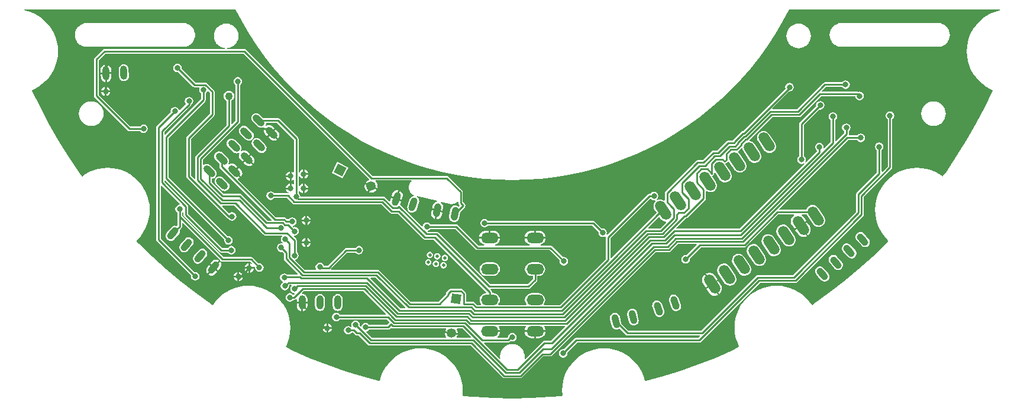
<source format=gbl>
%FSLAX25Y25*%
%MOIN*%
G70*
G01*
G75*
G04 Layer_Physical_Order=2*
G04 Layer_Color=16711680*
G04:AMPARAMS|DCode=10|XSize=37.4mil|YSize=29.53mil|CornerRadius=0mil|HoleSize=0mil|Usage=FLASHONLY|Rotation=215.500|XOffset=0mil|YOffset=0mil|HoleType=Round|Shape=Rectangle|*
%AMROTATEDRECTD10*
4,1,4,0.00665,0.02288,0.02380,-0.00116,-0.00665,-0.02288,-0.02380,0.00116,0.00665,0.02288,0.0*
%
%ADD10ROTATEDRECTD10*%

G04:AMPARAMS|DCode=11|XSize=59.06mil|YSize=118.11mil|CornerRadius=0mil|HoleSize=0mil|Usage=FLASHONLY|Rotation=33.000|XOffset=0mil|YOffset=0mil|HoleType=Round|Shape=Rectangle|*
%AMROTATEDRECTD11*
4,1,4,0.00740,-0.06561,-0.05693,0.03345,-0.00740,0.06561,0.05693,-0.03345,0.00740,-0.06561,0.0*
%
%ADD11ROTATEDRECTD11*%

G04:AMPARAMS|DCode=12|XSize=37.4mil|YSize=29.53mil|CornerRadius=0mil|HoleSize=0mil|Usage=FLASHONLY|Rotation=337.500|XOffset=0mil|YOffset=0mil|HoleType=Round|Shape=Rectangle|*
%AMROTATEDRECTD12*
4,1,4,-0.02293,-0.00648,-0.01163,0.02080,0.02293,0.00648,0.01163,-0.02080,-0.02293,-0.00648,0.0*
%
%ADD12ROTATEDRECTD12*%

G04:AMPARAMS|DCode=13|XSize=37.4mil|YSize=29.53mil|CornerRadius=0mil|HoleSize=0mil|Usage=FLASHONLY|Rotation=96.500|XOffset=0mil|YOffset=0mil|HoleType=Round|Shape=Rectangle|*
%AMROTATEDRECTD13*
4,1,4,0.01679,-0.01691,-0.01255,-0.02025,-0.01679,0.01691,0.01255,0.02025,0.01679,-0.01691,0.0*
%
%ADD13ROTATEDRECTD13*%

%ADD14P,0.12806X4X118.5*%
G04:AMPARAMS|DCode=15|XSize=37.4mil|YSize=29.53mil|CornerRadius=0mil|HoleSize=0mil|Usage=FLASHONLY|Rotation=352.500|XOffset=0mil|YOffset=0mil|HoleType=Round|Shape=Rectangle|*
%AMROTATEDRECTD15*
4,1,4,-0.02047,-0.01220,-0.01661,0.01708,0.02047,0.01220,0.01661,-0.01708,-0.02047,-0.01220,0.0*
%
%ADD15ROTATEDRECTD15*%

G04:AMPARAMS|DCode=16|XSize=37.4mil|YSize=29.53mil|CornerRadius=0mil|HoleSize=0mil|Usage=FLASHONLY|Rotation=78.500|XOffset=0mil|YOffset=0mil|HoleType=Round|Shape=Rectangle|*
%AMROTATEDRECTD16*
4,1,4,0.01074,-0.02127,-0.01820,-0.01538,-0.01074,0.02127,0.01820,0.01538,0.01074,-0.02127,0.0*
%
%ADD16ROTATEDRECTD16*%

G04:AMPARAMS|DCode=17|XSize=108.27mil|YSize=122.05mil|CornerRadius=0mil|HoleSize=0mil|Usage=FLASHONLY|Rotation=259.000|XOffset=0mil|YOffset=0mil|HoleType=Round|Shape=Rectangle|*
%AMROTATEDRECTD17*
4,1,4,-0.04957,0.06478,0.07023,0.04150,0.04957,-0.06478,-0.07023,-0.04150,-0.04957,0.06478,0.0*
%
%ADD17ROTATEDRECTD17*%

G04:AMPARAMS|DCode=18|XSize=23.62mil|YSize=57.09mil|CornerRadius=0mil|HoleSize=0mil|Usage=FLASHONLY|Rotation=349.000|XOffset=0mil|YOffset=0mil|HoleType=Round|Shape=Rectangle|*
%AMROTATEDRECTD18*
4,1,4,-0.01704,-0.02577,-0.00615,0.03027,0.01704,0.02577,0.00615,-0.03027,-0.01704,-0.02577,0.0*
%
%ADD18ROTATEDRECTD18*%

G04:AMPARAMS|DCode=19|XSize=66.93mil|YSize=78.74mil|CornerRadius=0mil|HoleSize=0mil|Usage=FLASHONLY|Rotation=251.000|XOffset=0mil|YOffset=0mil|HoleType=Round|Shape=Rectangle|*
%AMROTATEDRECTD19*
4,1,4,-0.02633,0.04446,0.04812,0.01882,0.02633,-0.04446,-0.04812,-0.01882,-0.02633,0.04446,0.0*
%
%ADD19ROTATEDRECTD19*%

G04:AMPARAMS|DCode=20|XSize=37.4mil|YSize=29.53mil|CornerRadius=0mil|HoleSize=0mil|Usage=FLASHONLY|Rotation=84.948|XOffset=0mil|YOffset=0mil|HoleType=Round|Shape=Rectangle|*
%AMROTATEDRECTD20*
4,1,4,0.01306,-0.01993,-0.01635,-0.01733,-0.01306,0.01993,0.01635,0.01733,0.01306,-0.01993,0.0*
%
%ADD20ROTATEDRECTD20*%

G04:AMPARAMS|DCode=21|XSize=37.4mil|YSize=29.53mil|CornerRadius=0mil|HoleSize=0mil|Usage=FLASHONLY|Rotation=272.280|XOffset=0mil|YOffset=0mil|HoleType=Round|Shape=Rectangle|*
%AMROTATEDRECTD21*
4,1,4,-0.01550,0.01810,0.01401,0.01927,0.01550,-0.01810,-0.01401,-0.01927,-0.01550,0.01810,0.0*
%
%ADD21ROTATEDRECTD21*%

G04:AMPARAMS|DCode=22|XSize=37.4mil|YSize=29.53mil|CornerRadius=0mil|HoleSize=0mil|Usage=FLASHONLY|Rotation=96.500|XOffset=0mil|YOffset=0mil|HoleType=Round|Shape=Rectangle|*
%AMROTATEDRECTD22*
4,1,4,0.01679,-0.01691,-0.01255,-0.02025,-0.01679,0.01691,0.01255,0.02025,0.01679,-0.01691,0.0*
%
%ADD22ROTATEDRECTD22*%

%ADD23R,0.01181X0.05709*%
%ADD24R,0.05709X0.01181*%
G04:AMPARAMS|DCode=25|XSize=37.4mil|YSize=29.53mil|CornerRadius=0mil|HoleSize=0mil|Usage=FLASHONLY|Rotation=103.000|XOffset=0mil|YOffset=0mil|HoleType=Round|Shape=Rectangle|*
%AMROTATEDRECTD25*
4,1,4,0.01859,-0.01490,-0.01018,-0.02154,-0.01859,0.01490,0.01018,0.02154,0.01859,-0.01490,0.0*
%
%ADD25ROTATEDRECTD25*%

G04:AMPARAMS|DCode=26|XSize=37.4mil|YSize=29.53mil|CornerRadius=0mil|HoleSize=0mil|Usage=FLASHONLY|Rotation=77.000|XOffset=0mil|YOffset=0mil|HoleType=Round|Shape=Rectangle|*
%AMROTATEDRECTD26*
4,1,4,0.01018,-0.02154,-0.01859,-0.01490,-0.01018,0.02154,0.01859,0.01490,0.01018,-0.02154,0.0*
%
%ADD26ROTATEDRECTD26*%

G04:AMPARAMS|DCode=27|XSize=37.4mil|YSize=29.53mil|CornerRadius=0mil|HoleSize=0mil|Usage=FLASHONLY|Rotation=95.500|XOffset=0mil|YOffset=0mil|HoleType=Round|Shape=Rectangle|*
%AMROTATEDRECTD27*
4,1,4,0.01649,-0.01720,-0.01290,-0.02003,-0.01649,0.01720,0.01290,0.02003,0.01649,-0.01720,0.0*
%
%ADD27ROTATEDRECTD27*%

G04:AMPARAMS|DCode=28|XSize=37.4mil|YSize=29.53mil|CornerRadius=0mil|HoleSize=0mil|Usage=FLASHONLY|Rotation=182.681|XOffset=0mil|YOffset=0mil|HoleType=Round|Shape=Rectangle|*
%AMROTATEDRECTD28*
4,1,4,0.01799,0.01562,0.01937,-0.01387,-0.01799,-0.01562,-0.01937,0.01387,0.01799,0.01562,0.0*
%
%ADD28ROTATEDRECTD28*%

G04:AMPARAMS|DCode=29|XSize=37.4mil|YSize=29.53mil|CornerRadius=0mil|HoleSize=0mil|Usage=FLASHONLY|Rotation=287.000|XOffset=0mil|YOffset=0mil|HoleType=Round|Shape=Rectangle|*
%AMROTATEDRECTD29*
4,1,4,-0.01959,0.01357,0.00865,0.02220,0.01959,-0.01357,-0.00865,-0.02220,-0.01959,0.01357,0.0*
%
%ADD29ROTATEDRECTD29*%

G04:AMPARAMS|DCode=30|XSize=37.4mil|YSize=29.53mil|CornerRadius=0mil|HoleSize=0mil|Usage=FLASHONLY|Rotation=358.956|XOffset=0mil|YOffset=0mil|HoleType=Round|Shape=Rectangle|*
%AMROTATEDRECTD30*
4,1,4,-0.01897,-0.01442,-0.01843,0.01510,0.01897,0.01442,0.01843,-0.01510,-0.01897,-0.01442,0.0*
%
%ADD30ROTATEDRECTD30*%

G04:AMPARAMS|DCode=31|XSize=37.4mil|YSize=29.53mil|CornerRadius=0mil|HoleSize=0mil|Usage=FLASHONLY|Rotation=262.500|XOffset=0mil|YOffset=0mil|HoleType=Round|Shape=Rectangle|*
%AMROTATEDRECTD31*
4,1,4,-0.01220,0.02047,0.01708,0.01661,0.01220,-0.02047,-0.01708,-0.01661,-0.01220,0.02047,0.0*
%
%ADD31ROTATEDRECTD31*%

G04:AMPARAMS|DCode=32|XSize=37.4mil|YSize=29.53mil|CornerRadius=0mil|HoleSize=0mil|Usage=FLASHONLY|Rotation=259.000|XOffset=0mil|YOffset=0mil|HoleType=Round|Shape=Rectangle|*
%AMROTATEDRECTD32*
4,1,4,-0.01092,0.02117,0.01806,0.01554,0.01092,-0.02117,-0.01806,-0.01554,-0.01092,0.02117,0.0*
%
%ADD32ROTATEDRECTD32*%

G04:AMPARAMS|DCode=33|XSize=37.4mil|YSize=29.53mil|CornerRadius=0mil|HoleSize=0mil|Usage=FLASHONLY|Rotation=45.000|XOffset=0mil|YOffset=0mil|HoleType=Round|Shape=Rectangle|*
%AMROTATEDRECTD33*
4,1,4,-0.00278,-0.02366,-0.02366,-0.00278,0.00278,0.02366,0.02366,0.00278,-0.00278,-0.02366,0.0*
%
%ADD33ROTATEDRECTD33*%

G04:AMPARAMS|DCode=34|XSize=37.4mil|YSize=29.53mil|CornerRadius=0mil|HoleSize=0mil|Usage=FLASHONLY|Rotation=222.500|XOffset=0mil|YOffset=0mil|HoleType=Round|Shape=Rectangle|*
%AMROTATEDRECTD34*
4,1,4,0.00381,0.02352,0.02376,0.00175,-0.00381,-0.02352,-0.02376,-0.00175,0.00381,0.02352,0.0*
%
%ADD34ROTATEDRECTD34*%

G04:AMPARAMS|DCode=35|XSize=37.4mil|YSize=29.53mil|CornerRadius=0mil|HoleSize=0mil|Usage=FLASHONLY|Rotation=219.500|XOffset=0mil|YOffset=0mil|HoleType=Round|Shape=Rectangle|*
%AMROTATEDRECTD35*
4,1,4,0.00504,0.02329,0.02382,0.00050,-0.00504,-0.02329,-0.02382,-0.00050,0.00504,0.02329,0.0*
%
%ADD35ROTATEDRECTD35*%

G04:AMPARAMS|DCode=36|XSize=37.4mil|YSize=29.53mil|CornerRadius=0mil|HoleSize=0mil|Usage=FLASHONLY|Rotation=216.500|XOffset=0mil|YOffset=0mil|HoleType=Round|Shape=Rectangle|*
%AMROTATEDRECTD36*
4,1,4,0.00625,0.02299,0.02382,-0.00074,-0.00625,-0.02299,-0.02382,0.00074,0.00625,0.02299,0.0*
%
%ADD36ROTATEDRECTD36*%

G04:AMPARAMS|DCode=37|XSize=37.4mil|YSize=29.53mil|CornerRadius=0mil|HoleSize=0mil|Usage=FLASHONLY|Rotation=130.000|XOffset=0mil|YOffset=0mil|HoleType=Round|Shape=Rectangle|*
%AMROTATEDRECTD37*
4,1,4,0.02333,-0.00484,0.00071,-0.02382,-0.02333,0.00484,-0.00071,0.02382,0.02333,-0.00484,0.0*
%
%ADD37ROTATEDRECTD37*%

G04:AMPARAMS|DCode=38|XSize=37.4mil|YSize=29.53mil|CornerRadius=0mil|HoleSize=0mil|Usage=FLASHONLY|Rotation=213.500|XOffset=0mil|YOffset=0mil|HoleType=Round|Shape=Rectangle|*
%AMROTATEDRECTD38*
4,1,4,0.00745,0.02263,0.02374,-0.00199,-0.00745,-0.02263,-0.02374,0.00199,0.00745,0.02263,0.0*
%
%ADD38ROTATEDRECTD38*%

G04:AMPARAMS|DCode=39|XSize=37.4mil|YSize=29.53mil|CornerRadius=0mil|HoleSize=0mil|Usage=FLASHONLY|Rotation=210.500|XOffset=0mil|YOffset=0mil|HoleType=Round|Shape=Rectangle|*
%AMROTATEDRECTD39*
4,1,4,0.00862,0.02221,0.02361,-0.00323,-0.00862,-0.02221,-0.02361,0.00323,0.00862,0.02221,0.0*
%
%ADD39ROTATEDRECTD39*%

G04:AMPARAMS|DCode=40|XSize=37.4mil|YSize=29.53mil|CornerRadius=0mil|HoleSize=0mil|Usage=FLASHONLY|Rotation=120.243|XOffset=0mil|YOffset=0mil|HoleType=Round|Shape=Rectangle|*
%AMROTATEDRECTD40*
4,1,4,0.02217,-0.00872,-0.00334,-0.02359,-0.02217,0.00872,0.00334,0.02359,0.02217,-0.00872,0.0*
%
%ADD40ROTATEDRECTD40*%

G04:AMPARAMS|DCode=41|XSize=37.4mil|YSize=29.53mil|CornerRadius=0mil|HoleSize=0mil|Usage=FLASHONLY|Rotation=212.500|XOffset=0mil|YOffset=0mil|HoleType=Round|Shape=Rectangle|*
%AMROTATEDRECTD41*
4,1,4,0.00784,0.02250,0.02371,-0.00240,-0.00784,-0.02250,-0.02371,0.00240,0.00784,0.02250,0.0*
%
%ADD41ROTATEDRECTD41*%

G04:AMPARAMS|DCode=42|XSize=37.4mil|YSize=29.53mil|CornerRadius=0mil|HoleSize=0mil|Usage=FLASHONLY|Rotation=214.500|XOffset=0mil|YOffset=0mil|HoleType=Round|Shape=Rectangle|*
%AMROTATEDRECTD42*
4,1,4,0.00705,0.02276,0.02377,-0.00158,-0.00705,-0.02276,-0.02377,0.00158,0.00705,0.02276,0.0*
%
%ADD42ROTATEDRECTD42*%

G04:AMPARAMS|DCode=43|XSize=59.06mil|YSize=118.11mil|CornerRadius=0mil|HoleSize=0mil|Usage=FLASHONLY|Rotation=325.000|XOffset=0mil|YOffset=0mil|HoleType=Round|Shape=Rectangle|*
%AMROTATEDRECTD43*
4,1,4,-0.05806,-0.03144,0.00969,0.06531,0.05806,0.03144,-0.00969,-0.06531,-0.05806,-0.03144,0.0*
%
%ADD43ROTATEDRECTD43*%

G04:AMPARAMS|DCode=44|XSize=37.4mil|YSize=29.53mil|CornerRadius=0mil|HoleSize=0mil|Usage=FLASHONLY|Rotation=93.284|XOffset=0mil|YOffset=0mil|HoleType=Round|Shape=Rectangle|*
%AMROTATEDRECTD44*
4,1,4,0.01581,-0.01782,-0.01367,-0.01952,-0.01581,0.01782,0.01367,0.01952,0.01581,-0.01782,0.0*
%
%ADD44ROTATEDRECTD44*%

%ADD45C,0.01000*%
G04:AMPARAMS|DCode=46|XSize=39.37mil|YSize=78.74mil|CornerRadius=0mil|HoleSize=0mil|Usage=FLASHONLY|Rotation=182.000|XOffset=0mil|YOffset=0mil|HoleType=Round|Shape=Round|*
%AMOVALD46*
21,1,0.03937,0.03937,0.00000,0.00000,272.0*
1,1,0.03937,-0.00069,0.01967*
1,1,0.03937,0.00069,-0.01967*
%
%ADD46OVALD46*%

G04:AMPARAMS|DCode=47|XSize=59.06mil|YSize=118.11mil|CornerRadius=0mil|HoleSize=0mil|Usage=FLASHONLY|Rotation=33.500|XOffset=0mil|YOffset=0mil|HoleType=Round|Shape=Round|*
%AMOVALD47*
21,1,0.05906,0.05906,0.00000,0.00000,123.5*
1,1,0.05906,0.01630,-0.02462*
1,1,0.05906,-0.01630,0.02462*
%
%ADD47OVALD47*%

G04:AMPARAMS|DCode=48|XSize=39.37mil|YSize=78.74mil|CornerRadius=0mil|HoleSize=0mil|Usage=FLASHONLY|Rotation=349.000|XOffset=0mil|YOffset=0mil|HoleType=Round|Shape=Round|*
%AMOVALD48*
21,1,0.03937,0.03937,0.00000,0.00000,79.0*
1,1,0.03937,-0.00376,-0.01932*
1,1,0.03937,0.00376,0.01932*
%
%ADD48OVALD48*%

%ADD49C,0.05315*%
%ADD50P,0.07517X4X378.0*%
%ADD51P,0.07517X4X307.5*%
%ADD52O,0.03937X0.07874*%
%ADD53O,0.09843X0.05906*%
G04:AMPARAMS|DCode=54|XSize=39.37mil|YSize=78.74mil|CornerRadius=0mil|HoleSize=0mil|Usage=FLASHONLY|Rotation=14.000|XOffset=0mil|YOffset=0mil|HoleType=Round|Shape=Round|*
%AMOVALD54*
21,1,0.03937,0.03937,0.00000,0.00000,104.0*
1,1,0.03937,0.00476,-0.01910*
1,1,0.03937,-0.00476,0.01910*
%
%ADD54OVALD54*%

G04:AMPARAMS|DCode=55|XSize=39.37mil|YSize=78.74mil|CornerRadius=0mil|HoleSize=0mil|Usage=FLASHONLY|Rotation=19.500|XOffset=0mil|YOffset=0mil|HoleType=Round|Shape=Round|*
%AMOVALD55*
21,1,0.03937,0.03937,0.00000,0.00000,109.5*
1,1,0.03937,0.00657,-0.01856*
1,1,0.03937,-0.00657,0.01856*
%
%ADD55OVALD55*%

G04:AMPARAMS|DCode=56|XSize=39.37mil|YSize=78.74mil|CornerRadius=0mil|HoleSize=0mil|Usage=FLASHONLY|Rotation=342.000|XOffset=0mil|YOffset=0mil|HoleType=Round|Shape=Round|*
%AMOVALD56*
21,1,0.03937,0.03937,0.00000,0.00000,72.0*
1,1,0.03937,-0.00608,-0.01872*
1,1,0.03937,0.00608,0.01872*
%
%ADD56OVALD56*%

G04:AMPARAMS|DCode=57|XSize=39.37mil|YSize=78.74mil|CornerRadius=0mil|HoleSize=0mil|Usage=FLASHONLY|Rotation=40.500|XOffset=0mil|YOffset=0mil|HoleType=Round|Shape=Round|*
%AMOVALD57*
21,1,0.03937,0.03937,0.00000,0.00000,130.5*
1,1,0.03937,0.01278,-0.01497*
1,1,0.03937,-0.01278,0.01497*
%
%ADD57OVALD57*%

G04:AMPARAMS|DCode=58|XSize=39.37mil|YSize=78.74mil|CornerRadius=0mil|HoleSize=0mil|Usage=FLASHONLY|Rotation=46.000|XOffset=0mil|YOffset=0mil|HoleType=Round|Shape=Round|*
%AMOVALD58*
21,1,0.03937,0.03937,0.00000,0.00000,136.0*
1,1,0.03937,0.01416,-0.01367*
1,1,0.03937,-0.01416,0.01367*
%
%ADD58OVALD58*%

G04:AMPARAMS|DCode=59|XSize=39.37mil|YSize=78.74mil|CornerRadius=0mil|HoleSize=0mil|Usage=FLASHONLY|Rotation=320.000|XOffset=0mil|YOffset=0mil|HoleType=Round|Shape=Round|*
%AMOVALD59*
21,1,0.03937,0.03937,0.00000,0.00000,50.0*
1,1,0.03937,-0.01265,-0.01508*
1,1,0.03937,0.01265,0.01508*
%
%ADD59OVALD59*%

%ADD60C,0.03150*%
%ADD61C,0.01969*%
%ADD62C,0.04331*%
G36*
X378556Y441324D02*
X378560Y441308D01*
X378560D01*
X382091Y434609D01*
X386174Y427661D01*
X390574Y420908D01*
X395281Y414367D01*
X400285Y408049D01*
X405575Y401970D01*
X411141Y396141D01*
X416970Y390575D01*
X423049Y385285D01*
X429367Y380281D01*
X435909Y375574D01*
X442661Y371174D01*
X449609Y367091D01*
X456738Y363333D01*
X464034Y359909D01*
X471479Y356824D01*
X479059Y354088D01*
X486758Y351704D01*
X494558Y349678D01*
X502444Y348014D01*
X510398Y346717D01*
X518403Y345788D01*
X526443Y345230D01*
X534500Y345044D01*
X542557Y345230D01*
X550597Y345788D01*
X558602Y346717D01*
X566556Y348014D01*
X574442Y349678D01*
X582242Y351704D01*
X589941Y354088D01*
X597521Y356824D01*
X604966Y359909D01*
X612262Y363333D01*
X619391Y367091D01*
X626339Y371174D01*
X633091Y375574D01*
X639633Y380281D01*
X645951Y385285D01*
X652030Y390575D01*
X657859Y396141D01*
X663425Y401970D01*
X668715Y408049D01*
X673719Y414367D01*
X678426Y420908D01*
X682826Y427661D01*
X686909Y434609D01*
X690440Y441308D01*
X809207Y441323D01*
X809249Y440823D01*
X808924Y440768D01*
X806374Y440033D01*
X803923Y439018D01*
X801601Y437735D01*
X799437Y436199D01*
X797459Y434432D01*
X795691Y432453D01*
X794155Y430289D01*
X792872Y427967D01*
X791857Y425516D01*
X791122Y422966D01*
X790678Y420351D01*
X790529Y417702D01*
X790678Y415053D01*
X791122Y412437D01*
X791857Y409888D01*
X792872Y407436D01*
X794155Y405114D01*
X795691Y402950D01*
X797459Y400972D01*
X799437Y399204D01*
X801601Y397669D01*
X803923Y396386D01*
X804815Y396016D01*
X805066Y395380D01*
X805066Y395380D01*
X800698Y386251D01*
X795772Y376835D01*
X790514Y367600D01*
X784929Y358559D01*
X779025Y349723D01*
X777264Y347281D01*
X776970Y346882D01*
X775091Y348215D01*
X772769Y349498D01*
X770318Y350514D01*
X767769Y351248D01*
X765153Y351693D01*
X762504Y351841D01*
X759855Y351693D01*
X757239Y351248D01*
X754690Y350514D01*
X752239Y349498D01*
X749916Y348215D01*
X747753Y346680D01*
X745774Y344912D01*
X744006Y342933D01*
X742471Y340770D01*
X741188Y338447D01*
X740172Y335996D01*
X739438Y333447D01*
X738993Y330831D01*
X738845Y328182D01*
X738993Y325533D01*
X739438Y322917D01*
X740172Y320368D01*
X741188Y317917D01*
X742471Y315595D01*
X744006Y313431D01*
X745774Y311452D01*
X746251Y311026D01*
X746277Y310333D01*
X744995Y309005D01*
X737348Y301626D01*
X729443Y294524D01*
X721288Y287710D01*
X712896Y281191D01*
X704277Y274975D01*
X703746Y274620D01*
X703320Y274370D01*
X701817Y276489D01*
X700049Y278468D01*
X698070Y280236D01*
X695906Y281771D01*
X693584Y283054D01*
X691133Y284070D01*
X688584Y284804D01*
X685968Y285248D01*
X683319Y285397D01*
X680670Y285248D01*
X678054Y284804D01*
X675505Y284070D01*
X673054Y283054D01*
X670731Y281771D01*
X668568Y280236D01*
X666589Y278468D01*
X664821Y276489D01*
X663286Y274325D01*
X662003Y272003D01*
X660987Y269552D01*
X660253Y267003D01*
X659808Y264387D01*
X659660Y261738D01*
X659808Y259089D01*
X660253Y256473D01*
X660987Y253924D01*
X662003Y251473D01*
X662162Y251184D01*
X661953Y250529D01*
X658163Y248716D01*
X648419Y244475D01*
X638530Y240584D01*
X628509Y237048D01*
X618368Y233873D01*
X609780Y231517D01*
X609250Y231648D01*
X608516Y234198D01*
X607501Y236649D01*
X606217Y238971D01*
X604682Y241135D01*
X602914Y243113D01*
X600936Y244881D01*
X598772Y246417D01*
X596450Y247700D01*
X593998Y248715D01*
X591449Y249450D01*
X588833Y249894D01*
X586184Y250043D01*
X583535Y249894D01*
X580920Y249450D01*
X578370Y248715D01*
X575919Y247700D01*
X573597Y246417D01*
X571433Y244881D01*
X569455Y243113D01*
X567687Y241135D01*
X566151Y238971D01*
X564868Y236649D01*
X563853Y234198D01*
X563118Y231648D01*
X562674Y229033D01*
X562525Y226384D01*
X562674Y223735D01*
X562680Y223696D01*
X562265Y223157D01*
X555737Y222573D01*
X545125Y222004D01*
X534500Y221815D01*
X523875Y222004D01*
X513263Y222573D01*
X506735Y223157D01*
X506320Y223696D01*
X506326Y223735D01*
X506475Y226384D01*
X506326Y229033D01*
X505882Y231648D01*
X505147Y234198D01*
X504132Y236649D01*
X502849Y238971D01*
X501313Y241135D01*
X499545Y243113D01*
X497567Y244881D01*
X495403Y246417D01*
X493081Y247700D01*
X490630Y248715D01*
X488080Y249450D01*
X485465Y249894D01*
X482816Y250043D01*
X480167Y249894D01*
X477551Y249450D01*
X475002Y248715D01*
X472550Y247700D01*
X470228Y246417D01*
X468064Y244881D01*
X466086Y243113D01*
X464318Y241135D01*
X462783Y238971D01*
X461499Y236649D01*
X460484Y234198D01*
X459750Y231648D01*
X459220Y231517D01*
X450632Y233873D01*
X440491Y237048D01*
X430470Y240584D01*
X420581Y244475D01*
X410837Y248716D01*
X407047Y250529D01*
X406838Y251184D01*
X406997Y251473D01*
X408013Y253924D01*
X408747Y256473D01*
X409192Y259089D01*
X409340Y261738D01*
X409192Y264387D01*
X408747Y267003D01*
X408013Y269552D01*
X406997Y272003D01*
X405714Y274325D01*
X404179Y276489D01*
X402411Y278468D01*
X400432Y280236D01*
X398269Y281771D01*
X395946Y283054D01*
X393495Y284070D01*
X390946Y284804D01*
X388330Y285248D01*
X385681Y285397D01*
X383032Y285248D01*
X380416Y284804D01*
X377867Y284070D01*
X375416Y283054D01*
X373094Y281771D01*
X370930Y280236D01*
X368951Y278468D01*
X367183Y276489D01*
X365680Y274370D01*
X365254Y274620D01*
X364723Y274975D01*
X356104Y281191D01*
X347712Y287710D01*
X339558Y294524D01*
X331652Y301626D01*
X324005Y309005D01*
X322723Y310333D01*
X322749Y311026D01*
X323226Y311452D01*
X324994Y313431D01*
X326529Y315595D01*
X327812Y317917D01*
X328828Y320368D01*
X329562Y322917D01*
X330007Y325533D01*
X330155Y328182D01*
X330007Y330831D01*
X329562Y333447D01*
X328828Y335996D01*
X327812Y338447D01*
X326529Y340770D01*
X324994Y342933D01*
X323226Y344912D01*
X321247Y346680D01*
X319084Y348215D01*
X316761Y349498D01*
X314310Y350514D01*
X311761Y351248D01*
X309145Y351693D01*
X306496Y351841D01*
X303847Y351693D01*
X301231Y351248D01*
X298682Y350514D01*
X296231Y349498D01*
X293909Y348215D01*
X292030Y346882D01*
X291736Y347281D01*
X289975Y349723D01*
X284071Y358559D01*
X278486Y367600D01*
X273228Y376835D01*
X268302Y386251D01*
X263934Y395380D01*
X264185Y396016D01*
X265077Y396386D01*
X267399Y397669D01*
X269563Y399204D01*
X271541Y400972D01*
X273309Y402950D01*
X274845Y405114D01*
X276128Y407436D01*
X277143Y409888D01*
X277878Y412437D01*
X278322Y415053D01*
X278471Y417702D01*
X278322Y420351D01*
X277878Y422966D01*
X277143Y425516D01*
X276128Y427967D01*
X274845Y430289D01*
X273309Y432453D01*
X271541Y434432D01*
X269563Y436199D01*
X267399Y437735D01*
X265077Y439018D01*
X262626Y440033D01*
X260076Y440768D01*
X259536Y440860D01*
X259579Y441360D01*
X378556Y441324D01*
D02*
G37*
%LPC*%
G36*
X670127Y308949D02*
X669160Y308761D01*
X668275Y308329D01*
X667532Y307683D01*
X666981Y306866D01*
X666660Y305935D01*
X666592Y304953D01*
X666780Y303986D01*
X667211Y303101D01*
X670471Y298177D01*
X671117Y297433D01*
X671933Y296883D01*
X672864Y296562D01*
X673847Y296493D01*
X674814Y296681D01*
X675699Y297113D01*
X676442Y297759D01*
X676993Y298575D01*
X677313Y299507D01*
X677382Y300489D01*
X677194Y301456D01*
X676762Y302341D01*
X673503Y307265D01*
X672857Y308009D01*
X672040Y308559D01*
X671109Y308880D01*
X670127Y308949D01*
D02*
G37*
G36*
X367217Y300098D02*
X366454Y299929D01*
X365761Y299568D01*
X365185Y299040D01*
X364241Y297915D01*
X366151Y296312D01*
X368978Y299680D01*
X368744Y299829D01*
X367998Y300064D01*
X367217Y300098D01*
D02*
G37*
G36*
X487137Y300340D02*
X486445Y300202D01*
X485859Y299810D01*
X485468Y299224D01*
X485330Y298533D01*
X485468Y297842D01*
X485859Y297256D01*
X486445Y296864D01*
X487137Y296727D01*
X487828Y296864D01*
X488414Y297256D01*
X488805Y297842D01*
X488943Y298533D01*
X488805Y299224D01*
X488414Y299810D01*
X487828Y300202D01*
X487137Y300340D01*
D02*
G37*
G36*
X359576Y306312D02*
X358867Y306155D01*
X358224Y305820D01*
X357688Y305330D01*
X355158Y302314D01*
X354768Y301702D01*
X354550Y301010D01*
X354518Y300285D01*
X354675Y299577D01*
X355010Y298933D01*
X355500Y298398D01*
X356112Y298008D01*
X356804Y297790D01*
X357529Y297758D01*
X358238Y297915D01*
X358881Y298250D01*
X359417Y298741D01*
X361947Y301757D01*
X362337Y302368D01*
X362555Y303061D01*
X362587Y303785D01*
X362430Y304494D01*
X362095Y305138D01*
X361605Y305673D01*
X360993Y306063D01*
X360300Y306281D01*
X359576Y306312D01*
D02*
G37*
G36*
X496465Y302938D02*
X495774Y302800D01*
X495188Y302409D01*
X494796Y301823D01*
X494659Y301132D01*
X494796Y300440D01*
X495188Y299854D01*
X495774Y299463D01*
X496465Y299325D01*
X497156Y299463D01*
X497743Y299854D01*
X498134Y300440D01*
X498272Y301132D01*
X498134Y301823D01*
X497743Y302409D01*
X497156Y302800D01*
X496465Y302938D01*
D02*
G37*
G36*
X491388Y299513D02*
X490696Y299376D01*
X490110Y298984D01*
X489719Y298398D01*
X489581Y297707D01*
X489719Y297016D01*
X490110Y296429D01*
X490696Y296038D01*
X491388Y295900D01*
X492079Y296038D01*
X492665Y296429D01*
X493057Y297016D01*
X493194Y297707D01*
X493057Y298398D01*
X492665Y298984D01*
X492079Y299376D01*
X491388Y299513D01*
D02*
G37*
G36*
X369744Y299037D02*
X366917Y295669D01*
X368828Y294066D01*
X369772Y295191D01*
X370192Y295850D01*
X370427Y296596D01*
X370461Y297376D01*
X370292Y298139D01*
X369931Y298833D01*
X369744Y299037D01*
D02*
G37*
G36*
X388716Y294825D02*
X386685D01*
Y292794D01*
X386857Y292817D01*
X387483Y293076D01*
X388021Y293489D01*
X388434Y294027D01*
X388693Y294653D01*
X388716Y294825D01*
D02*
G37*
G36*
X715625Y302758D02*
X714900Y302720D01*
X714210Y302495D01*
X713601Y302100D01*
X713116Y301561D01*
X712786Y300914D01*
X712636Y300205D01*
X712674Y299480D01*
X712898Y298790D01*
X713293Y298181D01*
X715850Y295187D01*
X716389Y294702D01*
X717036Y294373D01*
X717745Y294222D01*
X718470Y294260D01*
X719160Y294484D01*
X719769Y294879D01*
X720254Y295418D01*
X720584Y296065D01*
X720735Y296775D01*
X720697Y297499D01*
X720472Y298189D01*
X720077Y298798D01*
X717520Y301792D01*
X716981Y302277D01*
X716335Y302607D01*
X715625Y302758D01*
D02*
G37*
G36*
X385685Y297856D02*
X385513Y297834D01*
X384886Y297574D01*
X384349Y297162D01*
X383936Y296624D01*
X383676Y295997D01*
X383654Y295825D01*
X385685D01*
Y297856D01*
D02*
G37*
G36*
X495639Y298687D02*
X494948Y298549D01*
X494362Y298158D01*
X493970Y297572D01*
X493832Y296881D01*
X493970Y296189D01*
X494362Y295603D01*
X494948Y295212D01*
X495639Y295074D01*
X496330Y295212D01*
X496916Y295603D01*
X497308Y296189D01*
X497445Y296881D01*
X497308Y297572D01*
X496916Y298158D01*
X496330Y298549D01*
X495639Y298687D01*
D02*
G37*
G36*
X492214Y303764D02*
X491523Y303627D01*
X490937Y303235D01*
X490545Y302649D01*
X490408Y301958D01*
X490545Y301267D01*
X490937Y300681D01*
X491523Y300289D01*
X492214Y300151D01*
X492905Y300289D01*
X493491Y300681D01*
X493883Y301267D01*
X494020Y301958D01*
X493883Y302649D01*
X493491Y303235D01*
X492905Y303627D01*
X492214Y303764D01*
D02*
G37*
G36*
X417875Y312229D02*
X417703Y312207D01*
X417076Y311947D01*
X416539Y311534D01*
X416126Y310997D01*
X415866Y310370D01*
X415844Y310198D01*
X417875D01*
Y312229D01*
D02*
G37*
G36*
X686804Y319987D02*
X685838Y319799D01*
X684953Y319368D01*
X684209Y318722D01*
X683659Y317905D01*
X683338Y316974D01*
X683269Y315992D01*
X683457Y315025D01*
X683889Y314140D01*
X687149Y309215D01*
X687795Y308472D01*
X688611Y307921D01*
X689542Y307601D01*
X690525Y307532D01*
X691491Y307720D01*
X692376Y308152D01*
X693120Y308798D01*
X693670Y309614D01*
X693991Y310545D01*
X694060Y311528D01*
X693872Y312494D01*
X693440Y313380D01*
X690181Y318304D01*
X689535Y319047D01*
X688718Y319598D01*
X687787Y319919D01*
X686804Y319987D01*
D02*
G37*
G36*
X730833Y315747D02*
X730108Y315709D01*
X729418Y315484D01*
X728810Y315089D01*
X728324Y314550D01*
X727995Y313903D01*
X727844Y313194D01*
X727882Y312469D01*
X728106Y311779D01*
X728501Y311170D01*
X731058Y308177D01*
X731597Y307691D01*
X732244Y307362D01*
X732954Y307211D01*
X733678Y307249D01*
X734368Y307473D01*
X734977Y307868D01*
X735463Y308407D01*
X735792Y309054D01*
X735943Y309764D01*
X735905Y310488D01*
X735681Y311178D01*
X735285Y311787D01*
X732728Y314781D01*
X732189Y315266D01*
X731543Y315596D01*
X730833Y315747D01*
D02*
G37*
G36*
X521205Y316440D02*
X519736D01*
X518704Y316304D01*
X517743Y315906D01*
X516917Y315272D01*
X516284Y314447D01*
X515885Y313485D01*
X515815Y312953D01*
X521205D01*
Y316440D01*
D02*
G37*
G36*
X696862Y318586D02*
X693955Y316662D01*
X695309Y314616D01*
X695991Y313831D01*
X696854Y313249D01*
X697838Y312910D01*
X698877Y312837D01*
X699898Y313036D01*
X700380Y313271D01*
X696862Y318586D01*
D02*
G37*
G36*
X418875Y312229D02*
Y310198D01*
X420906D01*
X420884Y310370D01*
X420624Y310997D01*
X420211Y311534D01*
X419673Y311947D01*
X419047Y312207D01*
X418875Y312229D01*
D02*
G37*
G36*
X678466Y314468D02*
X677499Y314280D01*
X676614Y313848D01*
X675871Y313202D01*
X675320Y312386D01*
X674999Y311455D01*
X674931Y310472D01*
X675118Y309506D01*
X675550Y308620D01*
X678810Y303696D01*
X679456Y302953D01*
X680272Y302402D01*
X681203Y302081D01*
X682186Y302013D01*
X683152Y302201D01*
X684038Y302632D01*
X684781Y303278D01*
X685331Y304095D01*
X685652Y305026D01*
X685721Y306008D01*
X685533Y306975D01*
X685101Y307860D01*
X681842Y312785D01*
X681196Y313528D01*
X680379Y314079D01*
X679448Y314399D01*
X678466Y314468D01*
D02*
G37*
G36*
X487963Y304591D02*
X487272Y304453D01*
X486686Y304062D01*
X486294Y303475D01*
X486157Y302784D01*
X486294Y302093D01*
X486686Y301507D01*
X487272Y301115D01*
X487963Y300978D01*
X488654Y301115D01*
X489240Y301507D01*
X489632Y302093D01*
X489769Y302784D01*
X489632Y303475D01*
X489240Y304062D01*
X488654Y304453D01*
X487963Y304591D01*
D02*
G37*
G36*
X723229Y309252D02*
X722504Y309214D01*
X721814Y308990D01*
X721206Y308595D01*
X720720Y308055D01*
X720391Y307409D01*
X720240Y306699D01*
X720278Y305975D01*
X720502Y305284D01*
X720897Y304676D01*
X723454Y301682D01*
X723993Y301197D01*
X724640Y300867D01*
X725350Y300716D01*
X726074Y300754D01*
X726764Y300978D01*
X727373Y301374D01*
X727859Y301913D01*
X728188Y302559D01*
X728339Y303269D01*
X728301Y303994D01*
X728077Y304684D01*
X727681Y305293D01*
X725125Y308286D01*
X724585Y308772D01*
X723939Y309101D01*
X723229Y309252D01*
D02*
G37*
G36*
X420906Y309198D02*
X418875D01*
Y307167D01*
X419047Y307189D01*
X419673Y307449D01*
X420211Y307862D01*
X420624Y308399D01*
X420884Y309026D01*
X420906Y309198D01*
D02*
G37*
G36*
X417875D02*
X415844D01*
X415866Y309026D01*
X416126Y308399D01*
X416539Y307862D01*
X417076Y307449D01*
X417703Y307189D01*
X417875Y307167D01*
Y309198D01*
D02*
G37*
G36*
X351915Y312740D02*
X351207Y312583D01*
X350563Y312248D01*
X350028Y311758D01*
X347497Y308742D01*
X347108Y308130D01*
X346889Y307438D01*
X346858Y306713D01*
X347015Y306005D01*
X347350Y305361D01*
X347840Y304826D01*
X348452Y304436D01*
X349144Y304218D01*
X349869Y304186D01*
X350577Y304343D01*
X351221Y304678D01*
X351756Y305169D01*
X354287Y308185D01*
X354677Y308797D01*
X354895Y309489D01*
X354926Y310213D01*
X354769Y310922D01*
X354434Y311565D01*
X353944Y312101D01*
X353332Y312490D01*
X352640Y312709D01*
X351915Y312740D01*
D02*
G37*
G36*
X385685Y294825D02*
X383654D01*
X383676Y294653D01*
X383936Y294027D01*
X384349Y293489D01*
X384886Y293076D01*
X385513Y292817D01*
X385685Y292794D01*
Y294825D01*
D02*
G37*
G36*
X625259Y280338D02*
X624549Y280188D01*
X623903Y279858D01*
X623363Y279373D01*
X622968Y278764D01*
X622744Y278074D01*
X622706Y277349D01*
X622857Y276639D01*
X624171Y272928D01*
X624501Y272282D01*
X624986Y271742D01*
X625595Y271347D01*
X626285Y271123D01*
X627009Y271085D01*
X627719Y271236D01*
X628366Y271565D01*
X628905Y272051D01*
X629300Y272659D01*
X629525Y273349D01*
X629563Y274074D01*
X629412Y274784D01*
X628097Y278495D01*
X627768Y279142D01*
X627282Y279681D01*
X626674Y280076D01*
X625984Y280300D01*
X625259Y280338D01*
D02*
G37*
G36*
X419021Y275364D02*
X416526D01*
Y270968D01*
X416801Y271004D01*
X417523Y271303D01*
X418144Y271779D01*
X418619Y272399D01*
X418919Y273121D01*
X419021Y273896D01*
Y275364D01*
D02*
G37*
G36*
X415526D02*
X413032D01*
Y273896D01*
X413134Y273121D01*
X413433Y272399D01*
X413909Y271779D01*
X414529Y271303D01*
X415251Y271004D01*
X415526Y270968D01*
Y275364D01*
D02*
G37*
G36*
X646829Y285470D02*
X643922Y283545D01*
X645275Y281500D01*
X645958Y280715D01*
X646821Y280133D01*
X647805Y279794D01*
X648843Y279721D01*
X649865Y279920D01*
X650347Y280155D01*
X646829Y285470D01*
D02*
G37*
G36*
X436026Y280613D02*
X435307Y280518D01*
X434637Y280240D01*
X434061Y279798D01*
X433619Y279223D01*
X433342Y278552D01*
X433247Y277833D01*
Y273896D01*
X433342Y273176D01*
X433619Y272506D01*
X434061Y271930D01*
X434637Y271489D01*
X435307Y271211D01*
X436026Y271116D01*
X436746Y271211D01*
X437416Y271489D01*
X437992Y271930D01*
X438434Y272506D01*
X438711Y273176D01*
X438806Y273896D01*
Y277833D01*
X438711Y278552D01*
X438434Y279223D01*
X437992Y279798D01*
X437416Y280240D01*
X436746Y280518D01*
X436026Y280613D01*
D02*
G37*
G36*
X426026Y280613D02*
X425307Y280518D01*
X424637Y280240D01*
X424061Y279798D01*
X423619Y279223D01*
X423342Y278552D01*
X423247Y277833D01*
Y273896D01*
X423342Y273176D01*
X423619Y272506D01*
X424061Y271930D01*
X424637Y271489D01*
X425307Y271211D01*
X426026Y271116D01*
X426746Y271211D01*
X427416Y271489D01*
X427992Y271930D01*
X428434Y272506D01*
X428711Y273176D01*
X428806Y273896D01*
Y277833D01*
X428711Y278552D01*
X428434Y279223D01*
X427992Y279798D01*
X427416Y280240D01*
X426746Y280518D01*
X426026Y280613D01*
D02*
G37*
G36*
X429677Y263954D02*
X429505Y263932D01*
X428878Y263672D01*
X428341Y263259D01*
X427928Y262722D01*
X427669Y262095D01*
X427646Y261923D01*
X429677D01*
Y263954D01*
D02*
G37*
G36*
X432708Y260923D02*
X430677D01*
Y258892D01*
X430849Y258914D01*
X431476Y259174D01*
X432013Y259587D01*
X432426Y260124D01*
X432686Y260751D01*
X432708Y260923D01*
D02*
G37*
G36*
X429677D02*
X427646D01*
X427669Y260751D01*
X427928Y260124D01*
X428341Y259587D01*
X428878Y259174D01*
X429505Y258914D01*
X429677Y258892D01*
Y260923D01*
D02*
G37*
G36*
X615833Y277000D02*
X615123Y276849D01*
X614476Y276520D01*
X613937Y276034D01*
X613542Y275426D01*
X613318Y274736D01*
X613280Y274011D01*
X613431Y273301D01*
X614745Y269590D01*
X615074Y268944D01*
X615560Y268404D01*
X616168Y268009D01*
X616858Y267785D01*
X617583Y267747D01*
X618293Y267898D01*
X618939Y268227D01*
X619479Y268713D01*
X619874Y269321D01*
X620098Y270011D01*
X620136Y270736D01*
X619985Y271446D01*
X618671Y275157D01*
X618341Y275803D01*
X617856Y276343D01*
X617247Y276738D01*
X616557Y276962D01*
X615833Y277000D01*
D02*
G37*
G36*
X602014Y272358D02*
X601293Y272276D01*
X600618Y272010D01*
X600034Y271579D01*
X599583Y271011D01*
X599293Y270345D01*
X599186Y269628D01*
X599268Y268907D01*
X600221Y265087D01*
X600487Y264411D01*
X600918Y263828D01*
X601486Y263376D01*
X602152Y263087D01*
X602869Y262980D01*
X603590Y263062D01*
X604265Y263328D01*
X604849Y263760D01*
X605300Y264328D01*
X605590Y264993D01*
X605697Y265711D01*
X605615Y266432D01*
X604662Y270252D01*
X604396Y270927D01*
X603965Y271510D01*
X603397Y271962D01*
X602732Y272251D01*
X602014Y272358D01*
D02*
G37*
G36*
X430677Y263954D02*
Y261923D01*
X432708D01*
X432686Y262095D01*
X432426Y262722D01*
X432013Y263259D01*
X431476Y263672D01*
X430849Y263932D01*
X430677Y263954D01*
D02*
G37*
G36*
X650571Y287946D02*
X647663Y286022D01*
X651181Y280707D01*
X651586Y281059D01*
X652168Y281922D01*
X652507Y282906D01*
X652579Y283944D01*
X652381Y284966D01*
X651925Y285901D01*
X650571Y287946D01*
D02*
G37*
G36*
X379584Y293100D02*
X379412Y293077D01*
X378785Y292818D01*
X378247Y292405D01*
X377835Y291867D01*
X377575Y291241D01*
X377553Y291069D01*
X379584D01*
Y293100D01*
D02*
G37*
G36*
X661788Y303429D02*
X660821Y303241D01*
X659936Y302810D01*
X659193Y302164D01*
X658642Y301347D01*
X658322Y300416D01*
X658253Y299433D01*
X658441Y298467D01*
X658873Y297582D01*
X662132Y292657D01*
X662778Y291914D01*
X663594Y291363D01*
X664526Y291043D01*
X665508Y290974D01*
X666475Y291162D01*
X667360Y291594D01*
X668103Y292240D01*
X668654Y293056D01*
X668974Y293987D01*
X669043Y294970D01*
X668855Y295936D01*
X668424Y296821D01*
X665164Y301746D01*
X664518Y302489D01*
X663702Y303040D01*
X662770Y303361D01*
X661788Y303429D01*
D02*
G37*
G36*
X523673Y298509D02*
X519736D01*
X518760Y298380D01*
X517850Y298004D01*
X517069Y297404D01*
X516469Y296623D01*
X516092Y295713D01*
X515964Y294737D01*
X516092Y293760D01*
X516469Y292850D01*
X517069Y292069D01*
X517850Y291470D01*
X518760Y291093D01*
X519736Y290964D01*
X523673D01*
X524650Y291093D01*
X525559Y291470D01*
X526341Y292069D01*
X526940Y292850D01*
X527317Y293760D01*
X527446Y294737D01*
X527317Y295713D01*
X526940Y296623D01*
X526341Y297404D01*
X525559Y298004D01*
X524650Y298380D01*
X523673Y298509D01*
D02*
G37*
G36*
X363598Y297149D02*
X362654Y296024D01*
X362234Y295365D01*
X361999Y294619D01*
X361965Y293839D01*
X362134Y293075D01*
X362495Y292382D01*
X362682Y292178D01*
X365509Y295546D01*
X363598Y297149D01*
D02*
G37*
G36*
X366275Y294903D02*
X363448Y291535D01*
X363682Y291386D01*
X364428Y291151D01*
X365209Y291117D01*
X365972Y291286D01*
X366665Y291647D01*
X367241Y292175D01*
X368185Y293300D01*
X366275Y294903D01*
D02*
G37*
G36*
X380584Y293100D02*
Y291069D01*
X382615D01*
X382592Y291241D01*
X382333Y291867D01*
X381920Y292405D01*
X381382Y292818D01*
X380756Y293077D01*
X380584Y293100D01*
D02*
G37*
G36*
X645097Y292604D02*
X644075Y292406D01*
X643593Y292171D01*
X647111Y286856D01*
X650019Y288780D01*
X648665Y290826D01*
X647982Y291611D01*
X647120Y292193D01*
X646135Y292532D01*
X645097Y292604D01*
D02*
G37*
G36*
X653449Y297910D02*
X652482Y297722D01*
X651597Y297290D01*
X650854Y296644D01*
X650303Y295828D01*
X649983Y294897D01*
X649914Y293914D01*
X650102Y292948D01*
X650534Y292062D01*
X653793Y287138D01*
X654439Y286395D01*
X655256Y285844D01*
X656187Y285523D01*
X657169Y285455D01*
X658136Y285643D01*
X659021Y286074D01*
X659764Y286720D01*
X660315Y287537D01*
X660636Y288468D01*
X660704Y289450D01*
X660516Y290417D01*
X660085Y291302D01*
X656825Y296227D01*
X656179Y296970D01*
X655363Y297521D01*
X654431Y297841D01*
X653449Y297910D01*
D02*
G37*
G36*
X642760Y291619D02*
X642355Y291267D01*
X641773Y290404D01*
X641434Y289420D01*
X641361Y288382D01*
X641560Y287360D01*
X642016Y286425D01*
X643370Y284379D01*
X646277Y286304D01*
X642760Y291619D01*
D02*
G37*
G36*
X382615Y290069D02*
X380584D01*
Y288037D01*
X380756Y288060D01*
X381382Y288319D01*
X381920Y288732D01*
X382333Y289270D01*
X382592Y289896D01*
X382615Y290069D01*
D02*
G37*
G36*
X379584D02*
X377553D01*
X377575Y289896D01*
X377835Y289270D01*
X378247Y288732D01*
X378785Y288319D01*
X379412Y288060D01*
X379584Y288037D01*
Y290069D01*
D02*
G37*
G36*
X708021Y296263D02*
X707296Y296225D01*
X706606Y296001D01*
X705998Y295606D01*
X705512Y295066D01*
X705183Y294420D01*
X705032Y293710D01*
X705070Y292985D01*
X705294Y292295D01*
X705689Y291687D01*
X708246Y288693D01*
X708785Y288208D01*
X709432Y287878D01*
X710142Y287727D01*
X710866Y287765D01*
X711556Y287989D01*
X712165Y288385D01*
X712650Y288924D01*
X712980Y289570D01*
X713131Y290280D01*
X713093Y291005D01*
X712868Y291695D01*
X712473Y292303D01*
X709916Y295297D01*
X709377Y295783D01*
X708731Y296112D01*
X708021Y296263D01*
D02*
G37*
G36*
X401167Y373512D02*
X399435Y371718D01*
X402598Y368664D01*
X402763Y368887D01*
X403049Y369614D01*
X403137Y370391D01*
X403022Y371164D01*
X402710Y371881D01*
X402224Y372492D01*
X401167Y373512D01*
D02*
G37*
G36*
X398740Y370999D02*
X397007Y369205D01*
X398064Y368185D01*
X398692Y367720D01*
X399419Y367433D01*
X400196Y367345D01*
X400969Y367460D01*
X401686Y367772D01*
X401903Y367945D01*
X398740Y370999D01*
D02*
G37*
G36*
X383123Y375606D02*
X382406Y375499D01*
X381740Y375209D01*
X381172Y374758D01*
X380741Y374174D01*
X380475Y373499D01*
X380393Y372778D01*
X380500Y372060D01*
X380789Y371395D01*
X381241Y370827D01*
X384073Y368092D01*
X384656Y367660D01*
X385331Y367394D01*
X386052Y367312D01*
X386770Y367420D01*
X387435Y367709D01*
X388003Y368161D01*
X388435Y368744D01*
X388701Y369419D01*
X388783Y370140D01*
X388676Y370858D01*
X388387Y371523D01*
X387935Y372091D01*
X385103Y374826D01*
X384519Y375258D01*
X383844Y375524D01*
X383123Y375606D01*
D02*
G37*
G36*
X304816Y394563D02*
X302785D01*
X302807Y394391D01*
X303067Y393765D01*
X303480Y393227D01*
X304017Y392814D01*
X304644Y392555D01*
X304816Y392532D01*
Y394563D01*
D02*
G37*
G36*
X771883Y389423D02*
X771805Y389415D01*
X771726Y389423D01*
X770530Y389305D01*
X770454Y389282D01*
X770375Y389274D01*
X769225Y388926D01*
X769155Y388888D01*
X769080Y388865D01*
X768020Y388299D01*
X767958Y388248D01*
X767889Y388211D01*
X766959Y387449D01*
X766909Y387387D01*
X766848Y387337D01*
X766086Y386408D01*
X766048Y386338D01*
X765998Y386277D01*
X765432Y385217D01*
X765409Y385141D01*
X765371Y385072D01*
X765022Y383921D01*
X765015Y383843D01*
X764992Y383767D01*
X764874Y382571D01*
X764882Y382492D01*
X764874Y382413D01*
X764992Y381217D01*
X765015Y381141D01*
X765022Y381063D01*
X765371Y379912D01*
X765409Y379843D01*
X765432Y379767D01*
X765998Y378707D01*
X766048Y378646D01*
X766086Y378576D01*
X766848Y377647D01*
X766909Y377597D01*
X766959Y377536D01*
X767889Y376773D01*
X767958Y376736D01*
X768020Y376686D01*
X769080Y376119D01*
X769155Y376096D01*
X769225Y376059D01*
X770375Y375710D01*
X770454Y375702D01*
X770530Y375679D01*
X771726Y375561D01*
X771805Y375569D01*
X771883Y375561D01*
X773080Y375679D01*
X773155Y375702D01*
X773234Y375710D01*
X774384Y376059D01*
X774454Y376096D01*
X774530Y376119D01*
X775590Y376686D01*
X775651Y376736D01*
X775721Y376773D01*
X776650Y377536D01*
X776700Y377597D01*
X776761Y377647D01*
X777524Y378576D01*
X777561Y378646D01*
X777611Y378707D01*
X778178Y379767D01*
X778201Y379843D01*
X778238Y379912D01*
X778587Y381063D01*
X778595Y381141D01*
X778618Y381217D01*
X778736Y382413D01*
X778728Y382492D01*
X778736Y382571D01*
X778618Y383767D01*
X778595Y383843D01*
X778587Y383921D01*
X778238Y385072D01*
X778201Y385141D01*
X778178Y385217D01*
X777611Y386277D01*
X777561Y386338D01*
X777524Y386408D01*
X776761Y387337D01*
X776700Y387387D01*
X776650Y387449D01*
X775721Y388211D01*
X775651Y388248D01*
X775590Y388299D01*
X774530Y388865D01*
X774454Y388888D01*
X774384Y388926D01*
X773234Y389274D01*
X773155Y389282D01*
X773080Y389305D01*
X771883Y389423D01*
D02*
G37*
G36*
X297274D02*
X297195Y389415D01*
X297117Y389423D01*
X295920Y389305D01*
X295845Y389282D01*
X295766Y389274D01*
X294616Y388926D01*
X294546Y388888D01*
X294470Y388865D01*
X293410Y388299D01*
X293349Y388248D01*
X293279Y388211D01*
X292350Y387449D01*
X292300Y387387D01*
X292239Y387337D01*
X291476Y386408D01*
X291439Y386338D01*
X291389Y386277D01*
X290822Y385217D01*
X290799Y385141D01*
X290762Y385072D01*
X290413Y383921D01*
X290405Y383843D01*
X290382Y383767D01*
X290264Y382571D01*
X290272Y382492D01*
X290264Y382413D01*
X290382Y381217D01*
X290405Y381141D01*
X290413Y381063D01*
X290762Y379912D01*
X290799Y379843D01*
X290822Y379767D01*
X291389Y378707D01*
X291439Y378646D01*
X291476Y378576D01*
X292239Y377647D01*
X292300Y377597D01*
X292350Y377536D01*
X293279Y376773D01*
X293349Y376736D01*
X293410Y376686D01*
X294470Y376119D01*
X294546Y376096D01*
X294616Y376059D01*
X295766Y375710D01*
X295845Y375702D01*
X295920Y375679D01*
X297117Y375561D01*
X297195Y375569D01*
X297274Y375561D01*
X298470Y375679D01*
X298546Y375702D01*
X298625Y375710D01*
X299775Y376059D01*
X299845Y376096D01*
X299920Y376119D01*
X300980Y376686D01*
X301042Y376736D01*
X301111Y376773D01*
X302041Y377536D01*
X302091Y377597D01*
X302152Y377647D01*
X302914Y378576D01*
X302952Y378646D01*
X303002Y378707D01*
X303568Y379767D01*
X303591Y379843D01*
X303629Y379912D01*
X303978Y381063D01*
X303985Y381141D01*
X304008Y381217D01*
X304126Y382413D01*
X304118Y382492D01*
X304126Y382571D01*
X304008Y383767D01*
X303985Y383843D01*
X303978Y383921D01*
X303629Y385072D01*
X303591Y385141D01*
X303568Y385217D01*
X303002Y386277D01*
X302952Y386338D01*
X302914Y386408D01*
X302152Y387337D01*
X302091Y387387D01*
X302041Y387449D01*
X301111Y388211D01*
X301042Y388248D01*
X300980Y388299D01*
X299920Y388865D01*
X299845Y388888D01*
X299775Y388926D01*
X298625Y389274D01*
X298546Y389282D01*
X298470Y389305D01*
X297274Y389423D01*
D02*
G37*
G36*
X387274Y359126D02*
X385542Y357331D01*
X388704Y354277D01*
X388869Y354500D01*
X389156Y355227D01*
X389244Y356004D01*
X389129Y356777D01*
X388817Y357494D01*
X388331Y358105D01*
X387274Y359126D01*
D02*
G37*
G36*
X384847Y356612D02*
X383114Y354818D01*
X384171Y353798D01*
X384799Y353333D01*
X385526Y353046D01*
X386303Y352958D01*
X387076Y353074D01*
X387793Y353385D01*
X388010Y353558D01*
X384847Y356612D01*
D02*
G37*
G36*
X747271Y383733D02*
X746349Y383550D01*
X745568Y383028D01*
X745046Y382247D01*
X744863Y381325D01*
X745046Y380403D01*
X745568Y379622D01*
X745958Y379361D01*
Y352709D01*
X742976Y349727D01*
X742514Y349918D01*
Y361849D01*
X742905Y362110D01*
X743427Y362891D01*
X743610Y363813D01*
X743427Y364735D01*
X742905Y365516D01*
X742123Y366038D01*
X741202Y366221D01*
X740280Y366038D01*
X739499Y365516D01*
X738976Y364735D01*
X738793Y363813D01*
X738976Y362891D01*
X739499Y362110D01*
X739889Y361849D01*
Y349167D01*
X728513Y337791D01*
X728228Y337365D01*
X728128Y336863D01*
Y327105D01*
X692447Y291424D01*
X672848D01*
X672345Y291324D01*
X671919Y291039D01*
X640826Y259946D01*
X599899D01*
X595922Y263923D01*
X595912Y264012D01*
X594959Y267832D01*
X594694Y268508D01*
X594262Y269091D01*
X593694Y269543D01*
X593028Y269832D01*
X592311Y269939D01*
X591590Y269857D01*
X590915Y269591D01*
X590331Y269160D01*
X589880Y268592D01*
X589590Y267926D01*
X589483Y267209D01*
X589565Y266488D01*
X590518Y262667D01*
X590784Y261992D01*
X591215Y261409D01*
X591783Y260957D01*
X592449Y260668D01*
X593166Y260561D01*
X593887Y260643D01*
X594562Y260909D01*
X594942Y261190D01*
X598427Y257705D01*
X598853Y257421D01*
X599355Y257321D01*
X640075D01*
X640267Y256859D01*
X639392Y255984D01*
X570569D01*
X570066Y255885D01*
X569641Y255600D01*
X563578Y249538D01*
X563118Y249629D01*
X562196Y249446D01*
X561415Y248924D01*
X560893Y248143D01*
X560709Y247221D01*
X560893Y246299D01*
X561415Y245518D01*
X562196Y244996D01*
X563118Y244812D01*
X564039Y244996D01*
X564821Y245518D01*
X565343Y246299D01*
X565526Y247221D01*
X565435Y247681D01*
X571112Y253359D01*
X639936D01*
X640438Y253459D01*
X640864Y253744D01*
X674131Y287011D01*
X694006D01*
X694508Y287111D01*
X694934Y287396D01*
X732156Y324618D01*
X732441Y325044D01*
X732541Y325546D01*
Y335579D01*
X748199Y351237D01*
X748484Y351663D01*
X748584Y352165D01*
Y379361D01*
X748974Y379622D01*
X749496Y380403D01*
X749679Y381325D01*
X749496Y382247D01*
X748974Y383028D01*
X748193Y383550D01*
X747271Y383733D01*
D02*
G37*
G36*
X390317Y368659D02*
X389599Y368552D01*
X388933Y368263D01*
X388366Y367811D01*
X387934Y367228D01*
X387668Y366552D01*
X387586Y365831D01*
X387693Y365114D01*
X387983Y364448D01*
X388434Y363880D01*
X391266Y361145D01*
X391849Y360714D01*
X392525Y360448D01*
X393246Y360366D01*
X393963Y360473D01*
X394629Y360762D01*
X395197Y361214D01*
X395628Y361797D01*
X395894Y362473D01*
X395976Y363194D01*
X395869Y363911D01*
X395580Y364577D01*
X395128Y365145D01*
X392296Y367880D01*
X391713Y368311D01*
X391038Y368577D01*
X390317Y368659D01*
D02*
G37*
G36*
X675885Y372720D02*
X674919Y372532D01*
X674034Y372101D01*
X673290Y371455D01*
X672740Y370638D01*
X672419Y369707D01*
X672350Y368725D01*
X672538Y367758D01*
X672970Y366873D01*
X676229Y361948D01*
X676876Y361205D01*
X677692Y360654D01*
X678623Y360334D01*
X679605Y360265D01*
X680572Y360453D01*
X681457Y360885D01*
X682201Y361531D01*
X682751Y362347D01*
X683072Y363278D01*
X683141Y364261D01*
X682953Y365227D01*
X682521Y366113D01*
X679261Y371037D01*
X678615Y371780D01*
X677799Y372331D01*
X676868Y372652D01*
X675885Y372720D01*
D02*
G37*
G36*
X376177Y368412D02*
X375459Y368305D01*
X374794Y368016D01*
X374226Y367564D01*
X373794Y366981D01*
X373528Y366306D01*
X373446Y365585D01*
X373553Y364867D01*
X373843Y364201D01*
X374294Y363634D01*
X377126Y360899D01*
X377710Y360467D01*
X378385Y360201D01*
X379106Y360119D01*
X379823Y360226D01*
X380442Y360495D01*
X380543Y360450D01*
X380800Y360138D01*
X380513Y359411D01*
X380425Y358634D01*
X380540Y357861D01*
X380852Y357144D01*
X381339Y356533D01*
X382395Y355513D01*
X384475Y357666D01*
X386555Y359820D01*
X385498Y360840D01*
X384870Y361305D01*
X384143Y361592D01*
X383366Y361680D01*
X382593Y361565D01*
X381876Y361253D01*
X381556Y361499D01*
X381507Y361598D01*
X381754Y362226D01*
X381837Y362947D01*
X381729Y363665D01*
X381440Y364330D01*
X380988Y364898D01*
X378156Y367633D01*
X377573Y368064D01*
X376898Y368330D01*
X376177Y368412D01*
D02*
G37*
G36*
X307847Y394563D02*
X305816D01*
Y392532D01*
X305988Y392555D01*
X306614Y392814D01*
X307152Y393227D01*
X307565Y393765D01*
X307824Y394391D01*
X307847Y394563D01*
D02*
G37*
G36*
X373307Y433321D02*
X373228Y433313D01*
X373150Y433321D01*
X371953Y433203D01*
X371878Y433180D01*
X371799Y433172D01*
X370649Y432823D01*
X370579Y432786D01*
X370503Y432763D01*
X369443Y432196D01*
X369382Y432146D01*
X369312Y432109D01*
X368383Y431346D01*
X368333Y431285D01*
X368272Y431235D01*
X367509Y430306D01*
X367472Y430236D01*
X367422Y430175D01*
X366855Y429115D01*
X366832Y429039D01*
X366795Y428969D01*
X366446Y427819D01*
X366438Y427740D01*
X366415Y427665D01*
X366297Y426468D01*
X366305Y426390D01*
X366297Y426311D01*
X366415Y425115D01*
X366438Y425039D01*
X366446Y424960D01*
X366795Y423810D01*
X366832Y423740D01*
X366855Y423665D01*
X367422Y422605D01*
X367472Y422543D01*
X367509Y422474D01*
X368272Y421545D01*
X368333Y421494D01*
X368383Y421433D01*
X369312Y420671D01*
X369382Y420633D01*
X369443Y420583D01*
X370503Y420016D01*
X370579Y419994D01*
X370649Y419956D01*
X371799Y419607D01*
X371878Y419600D01*
X371953Y419577D01*
X372597Y419513D01*
X372572Y419013D01*
X304657D01*
X304154Y418913D01*
X303728Y418629D01*
X299198Y414099D01*
X298914Y413673D01*
X298814Y413170D01*
Y392580D01*
X298914Y392078D01*
X299198Y391652D01*
X317795Y373055D01*
X318221Y372771D01*
X318723Y372671D01*
X324717D01*
X324978Y372280D01*
X325759Y371758D01*
X326681Y371575D01*
X327603Y371758D01*
X328384Y372280D01*
X328906Y373062D01*
X329089Y373984D01*
X328906Y374905D01*
X328384Y375687D01*
X327603Y376209D01*
X326681Y376392D01*
X325759Y376209D01*
X324978Y375687D01*
X324717Y375296D01*
X319267D01*
X301439Y393124D01*
Y412627D01*
X305200Y416388D01*
X383033D01*
X453796Y345624D01*
X453782Y345406D01*
X453655Y345058D01*
X452893Y344695D01*
X452161Y344070D01*
X451901Y343692D01*
X455130Y342047D01*
X458358Y340402D01*
X458511Y340834D01*
X458587Y341794D01*
X458411Y342741D01*
X457997Y343611D01*
X457384Y344328D01*
X457399Y344478D01*
X457508Y344828D01*
X477499D01*
X477660Y344355D01*
X477624Y344327D01*
X477555Y344248D01*
X477476Y344179D01*
X476845Y343357D01*
X476799Y343262D01*
X476740Y343175D01*
X476344Y342217D01*
X476323Y342114D01*
X476289Y342015D01*
X476154Y340987D01*
X476161Y340882D01*
X476154Y340778D01*
X476289Y339750D01*
X476323Y339650D01*
X476344Y339547D01*
X476740Y338590D01*
X476799Y338502D01*
X476845Y338408D01*
X477476Y337586D01*
X477555Y337516D01*
X477624Y337438D01*
X478447Y336807D01*
X478541Y336760D01*
X478628Y336702D01*
X479180Y336473D01*
X479100Y335965D01*
X478650Y335930D01*
X477966Y335687D01*
X477368Y335276D01*
X476897Y334725D01*
X476585Y334070D01*
X475368Y330325D01*
X475236Y329612D01*
X475293Y328888D01*
X475535Y328204D01*
X475946Y327606D01*
X476498Y327135D01*
X477153Y326823D01*
X477866Y326691D01*
X478590Y326747D01*
X479274Y326990D01*
X479872Y327401D01*
X480343Y327952D01*
X480655Y328607D01*
X481872Y332352D01*
X482004Y333065D01*
X481947Y333789D01*
X481705Y334473D01*
X481294Y335071D01*
X480742Y335542D01*
X480948Y335998D01*
X491980Y333314D01*
X492028Y333209D01*
X491739Y332640D01*
X491552Y332602D01*
X490853Y332254D01*
X490267Y331736D01*
X489836Y331084D01*
X489588Y330343D01*
X489308Y328901D01*
X492247Y328330D01*
X495186Y327759D01*
X495466Y329200D01*
X495514Y329980D01*
X495358Y330746D01*
X495009Y331446D01*
X494491Y332031D01*
X494115Y332280D01*
X494318Y332745D01*
X498812Y331652D01*
X498819Y331650D01*
X498923Y331602D01*
X498966Y331600D01*
X499008Y331586D01*
X499943Y331463D01*
X500048Y331469D01*
X500153Y331463D01*
X501181Y331598D01*
X501280Y331632D01*
X501383Y331652D01*
X502341Y332049D01*
X502428Y332107D01*
X502523Y332154D01*
X503345Y332785D01*
X503414Y332864D01*
X503493Y332933D01*
X503520Y332969D01*
X503994Y332808D01*
Y332055D01*
X504094Y331553D01*
X504379Y331127D01*
X504843Y330662D01*
X504151Y329971D01*
X503562Y330362D01*
X502874Y330592D01*
X502149Y330636D01*
X501438Y330492D01*
X500789Y330168D01*
X500245Y329687D01*
X499845Y329082D01*
X499615Y328394D01*
X498863Y324529D01*
X498819Y323805D01*
X498964Y323094D01*
X499288Y322444D01*
X499768Y321901D01*
X500373Y321500D01*
X501062Y321270D01*
X501786Y321226D01*
X502497Y321370D01*
X503146Y321694D01*
X503690Y322175D01*
X504090Y322780D01*
X504321Y323468D01*
X505035Y327142D01*
X507627Y329734D01*
X507912Y330160D01*
X508012Y330662D01*
X507912Y331165D01*
X507627Y331591D01*
X506619Y332599D01*
Y338408D01*
X506519Y338910D01*
X506235Y339336D01*
X498502Y347069D01*
X498076Y347353D01*
X497574Y347453D01*
X455680D01*
X384504Y418629D01*
X384079Y418913D01*
X383576Y419013D01*
X373884D01*
X373860Y419513D01*
X374503Y419577D01*
X374579Y419600D01*
X374658Y419607D01*
X375808Y419956D01*
X375878Y419994D01*
X375953Y420016D01*
X377013Y420583D01*
X377075Y420633D01*
X377144Y420671D01*
X378074Y421433D01*
X378124Y421494D01*
X378185Y421545D01*
X378947Y422474D01*
X378985Y422543D01*
X379035Y422605D01*
X379601Y423665D01*
X379624Y423740D01*
X379662Y423810D01*
X380011Y424960D01*
X380018Y425039D01*
X380041Y425115D01*
X380159Y426311D01*
X380151Y426390D01*
X380159Y426468D01*
X380041Y427665D01*
X380018Y427740D01*
X380011Y427819D01*
X379662Y428969D01*
X379624Y429039D01*
X379601Y429115D01*
X379035Y430175D01*
X378985Y430236D01*
X378947Y430306D01*
X378185Y431235D01*
X378124Y431285D01*
X378074Y431346D01*
X377144Y432109D01*
X377075Y432146D01*
X377013Y432196D01*
X375953Y432763D01*
X375878Y432786D01*
X375808Y432823D01*
X374658Y433172D01*
X374579Y433180D01*
X374503Y433203D01*
X373307Y433321D01*
D02*
G37*
G36*
X305888Y410132D02*
X306041Y405737D01*
X308534Y405825D01*
X308483Y407292D01*
X308354Y408063D01*
X308030Y408774D01*
X307532Y409377D01*
X306896Y409831D01*
X306164Y410105D01*
X305888Y410132D01*
D02*
G37*
G36*
X304889Y410097D02*
X304615Y410051D01*
X303904Y409727D01*
X303301Y409230D01*
X302847Y408593D01*
X302573Y407861D01*
X302498Y407083D01*
X302549Y405616D01*
X305042Y405703D01*
X304889Y410097D01*
D02*
G37*
G36*
X774301Y433642D02*
X720155Y433613D01*
X720099Y433619D01*
X719983Y433642D01*
X719944Y433634D01*
X719905Y433638D01*
X718747Y433524D01*
X718672Y433501D01*
X718593Y433493D01*
X717480Y433155D01*
X717410Y433118D01*
X717334Y433095D01*
X716308Y432547D01*
X716247Y432497D01*
X716177Y432459D01*
X715278Y431721D01*
X715228Y431660D01*
X715167Y431610D01*
X714429Y430711D01*
X714392Y430641D01*
X714341Y430580D01*
X713793Y429554D01*
X713770Y429478D01*
X713733Y429409D01*
X713395Y428295D01*
X713387Y428217D01*
X713365Y428141D01*
X713250Y426983D01*
X713258Y426905D01*
X713250Y426826D01*
X713365Y425668D01*
X713387Y425593D01*
X713395Y425514D01*
X713733Y424401D01*
X713770Y424331D01*
X713793Y424255D01*
X714341Y423230D01*
X714392Y423168D01*
X714429Y423099D01*
X715167Y422199D01*
X715228Y422149D01*
X715278Y422088D01*
X716177Y421350D01*
X716247Y421313D01*
X716308Y421263D01*
X717334Y420714D01*
X717410Y420691D01*
X717480Y420654D01*
X718593Y420316D01*
X718672Y420309D01*
X718747Y420286D01*
X719905Y420172D01*
X719945Y420176D01*
X719984Y420168D01*
X774130Y420196D01*
X774186Y420191D01*
X774301Y420168D01*
X774340Y420176D01*
X774380Y420172D01*
X775538Y420286D01*
X775613Y420309D01*
X775692Y420316D01*
X776805Y420654D01*
X776875Y420691D01*
X776951Y420714D01*
X777977Y421263D01*
X778038Y421313D01*
X778108Y421350D01*
X779007Y422088D01*
X779057Y422149D01*
X779118Y422199D01*
X779856Y423099D01*
X779893Y423168D01*
X779944Y423230D01*
X780492Y424255D01*
X780515Y424331D01*
X780552Y424401D01*
X780890Y425514D01*
X780898Y425593D01*
X780920Y425668D01*
X781035Y426826D01*
X781027Y426905D01*
X781035Y426983D01*
X780920Y428141D01*
X780898Y428217D01*
X780890Y428295D01*
X780552Y429409D01*
X780515Y429478D01*
X780492Y429554D01*
X779944Y430580D01*
X779893Y430641D01*
X779856Y430711D01*
X779118Y431610D01*
X779057Y431660D01*
X779007Y431721D01*
X778108Y432459D01*
X778038Y432497D01*
X777977Y432547D01*
X776951Y433095D01*
X776875Y433118D01*
X776805Y433155D01*
X775692Y433493D01*
X775613Y433501D01*
X775538Y433524D01*
X774380Y433638D01*
X774340Y433634D01*
X774301Y433642D01*
D02*
G37*
G36*
X349016D02*
X294870Y433613D01*
X294814Y433619D01*
X294699Y433642D01*
X294659Y433634D01*
X294620Y433638D01*
X293462Y433524D01*
X293387Y433501D01*
X293308Y433493D01*
X292195Y433155D01*
X292125Y433118D01*
X292049Y433095D01*
X291023Y432547D01*
X290962Y432497D01*
X290893Y432459D01*
X289993Y431721D01*
X289943Y431660D01*
X289882Y431610D01*
X289144Y430711D01*
X289107Y430641D01*
X289057Y430580D01*
X288508Y429554D01*
X288485Y429478D01*
X288448Y429409D01*
X288110Y428295D01*
X288103Y428217D01*
X288080Y428141D01*
X287965Y426983D01*
X287973Y426905D01*
X287965Y426826D01*
X288080Y425668D01*
X288103Y425593D01*
X288110Y425514D01*
X288448Y424401D01*
X288485Y424331D01*
X288508Y424255D01*
X289057Y423230D01*
X289107Y423168D01*
X289144Y423099D01*
X289882Y422199D01*
X289943Y422149D01*
X289993Y422088D01*
X290893Y421350D01*
X290962Y421313D01*
X291023Y421263D01*
X292049Y420714D01*
X292125Y420691D01*
X292195Y420654D01*
X293308Y420316D01*
X293387Y420309D01*
X293462Y420286D01*
X294620Y420172D01*
X294660Y420176D01*
X294699Y420168D01*
X348845Y420196D01*
X348901Y420191D01*
X349016Y420168D01*
X349056Y420176D01*
X349095Y420172D01*
X350253Y420286D01*
X350328Y420309D01*
X350407Y420316D01*
X351520Y420654D01*
X351590Y420691D01*
X351666Y420714D01*
X352692Y421263D01*
X352753Y421313D01*
X352823Y421350D01*
X353722Y422088D01*
X353772Y422149D01*
X353833Y422199D01*
X354571Y423099D01*
X354608Y423168D01*
X354659Y423230D01*
X355207Y424255D01*
X355230Y424331D01*
X355267Y424401D01*
X355605Y425514D01*
X355613Y425593D01*
X355636Y425668D01*
X355750Y426826D01*
X355742Y426905D01*
X355750Y426983D01*
X355636Y428141D01*
X355613Y428217D01*
X355605Y428295D01*
X355267Y429409D01*
X355230Y429478D01*
X355207Y429554D01*
X354659Y430580D01*
X354608Y430641D01*
X354571Y430711D01*
X353833Y431610D01*
X353772Y431660D01*
X353722Y431721D01*
X352823Y432459D01*
X352753Y432497D01*
X352692Y432547D01*
X351666Y433095D01*
X351590Y433118D01*
X351520Y433155D01*
X350407Y433493D01*
X350328Y433501D01*
X350253Y433524D01*
X349095Y433638D01*
X349055Y433634D01*
X349016Y433642D01*
D02*
G37*
G36*
X695850Y433321D02*
X695772Y433313D01*
X695693Y433321D01*
X694497Y433203D01*
X694421Y433180D01*
X694342Y433172D01*
X693192Y432823D01*
X693122Y432786D01*
X693047Y432763D01*
X691987Y432196D01*
X691925Y432146D01*
X691856Y432109D01*
X690927Y431346D01*
X690876Y431285D01*
X690815Y431235D01*
X690053Y430306D01*
X690015Y430236D01*
X689965Y430175D01*
X689399Y429115D01*
X689376Y429039D01*
X689338Y428969D01*
X688989Y427819D01*
X688982Y427740D01*
X688959Y427665D01*
X688841Y426468D01*
X688849Y426390D01*
X688841Y426311D01*
X688959Y425115D01*
X688982Y425039D01*
X688989Y424960D01*
X689338Y423810D01*
X689376Y423740D01*
X689399Y423665D01*
X689965Y422605D01*
X690015Y422543D01*
X690053Y422474D01*
X690815Y421545D01*
X690876Y421494D01*
X690927Y421433D01*
X691856Y420671D01*
X691925Y420633D01*
X691987Y420583D01*
X693047Y420016D01*
X693122Y419994D01*
X693192Y419956D01*
X694342Y419607D01*
X694421Y419600D01*
X694497Y419577D01*
X695693Y419459D01*
X695772Y419467D01*
X695850Y419459D01*
X697047Y419577D01*
X697122Y419600D01*
X697201Y419607D01*
X698351Y419956D01*
X698421Y419994D01*
X698497Y420016D01*
X699557Y420583D01*
X699618Y420633D01*
X699688Y420671D01*
X700617Y421433D01*
X700667Y421494D01*
X700728Y421545D01*
X701491Y422474D01*
X701528Y422543D01*
X701578Y422605D01*
X702145Y423665D01*
X702168Y423740D01*
X702205Y423810D01*
X702554Y424960D01*
X702562Y425039D01*
X702585Y425115D01*
X702703Y426311D01*
X702695Y426390D01*
X702703Y426468D01*
X702585Y427665D01*
X702562Y427740D01*
X702554Y427819D01*
X702205Y428969D01*
X702168Y429039D01*
X702145Y429115D01*
X701578Y430175D01*
X701528Y430236D01*
X701491Y430306D01*
X700728Y431235D01*
X700667Y431285D01*
X700617Y431346D01*
X699688Y432109D01*
X699618Y432146D01*
X699557Y432196D01*
X698497Y432763D01*
X698421Y432786D01*
X698351Y432823D01*
X697201Y433172D01*
X697122Y433180D01*
X697047Y433203D01*
X695850Y433321D01*
D02*
G37*
G36*
X345756Y410730D02*
X344834Y410546D01*
X344053Y410024D01*
X343531Y409243D01*
X343348Y408321D01*
X343531Y407400D01*
X344053Y406618D01*
X344834Y406096D01*
X345756Y405913D01*
X346217Y406004D01*
X354423Y397798D01*
X354849Y397513D01*
X355352Y397413D01*
X358045D01*
X358281Y396972D01*
X358156Y396785D01*
X357973Y395864D01*
X358156Y394942D01*
X358678Y394161D01*
X359068Y393900D01*
Y390744D01*
X338844Y370520D01*
X338345Y370727D01*
Y371971D01*
X353246Y386872D01*
X353531Y387298D01*
X353582Y387554D01*
X354021Y387848D01*
X354543Y388629D01*
X354726Y389551D01*
X354543Y390473D01*
X354021Y391254D01*
X353240Y391776D01*
X352318Y391959D01*
X351396Y391776D01*
X350615Y391254D01*
X350093Y390473D01*
X349909Y389551D01*
X350093Y388629D01*
X350572Y387911D01*
X347053Y384391D01*
X346574Y384536D01*
X346530Y384757D01*
X346008Y385538D01*
X345227Y386060D01*
X344305Y386244D01*
X343383Y386060D01*
X342602Y385538D01*
X342080Y384757D01*
X341897Y383835D01*
X341988Y383375D01*
X334126Y375513D01*
X333841Y375087D01*
X333741Y374584D01*
Y311440D01*
X333841Y310937D01*
X334126Y310511D01*
X353448Y291190D01*
X353356Y290729D01*
X353539Y289807D01*
X354062Y289026D01*
X354843Y288504D01*
X355765Y288321D01*
X356686Y288504D01*
X357468Y289026D01*
X357990Y289807D01*
X358173Y290729D01*
X357990Y291651D01*
X357468Y292432D01*
X356686Y292954D01*
X355765Y293138D01*
X355304Y293046D01*
X336367Y311983D01*
Y341747D01*
X336829Y341939D01*
X347205Y331563D01*
X346947Y331114D01*
X346099Y330945D01*
X345318Y330423D01*
X344796Y329642D01*
X344612Y328720D01*
X344796Y327798D01*
X345318Y327017D01*
X345708Y326756D01*
Y324329D01*
Y319383D01*
X345284Y319040D01*
X344980Y319137D01*
X344255Y319168D01*
X343546Y319011D01*
X342902Y318676D01*
X342368Y318186D01*
X339837Y315170D01*
X339447Y314558D01*
X339229Y313866D01*
X339197Y313141D01*
X339354Y312432D01*
X339689Y311789D01*
X340179Y311254D01*
X340792Y310864D01*
X341483Y310646D01*
X342209Y310614D01*
X342917Y310771D01*
X343561Y311106D01*
X344096Y311596D01*
X346626Y314612D01*
X347016Y315224D01*
X347234Y315916D01*
X347266Y316641D01*
X347188Y316991D01*
X347949Y317752D01*
X348234Y318178D01*
X348334Y318681D01*
Y320506D01*
X348796Y320698D01*
X369647Y299847D01*
X369613Y299805D01*
X370044Y299443D01*
X370047Y299446D01*
X370184Y299309D01*
X370609Y299025D01*
X371112Y298925D01*
X386769D01*
X387646Y298048D01*
X387363Y297624D01*
X386857Y297834D01*
X386685Y297856D01*
Y295825D01*
X388716D01*
X388693Y295997D01*
X388484Y296503D01*
X388908Y296786D01*
X389567Y296127D01*
X389476Y295666D01*
X389659Y294745D01*
X390181Y293963D01*
X390962Y293441D01*
X391884Y293258D01*
X392806Y293441D01*
X393587Y293963D01*
X394109Y294745D01*
X394293Y295666D01*
X394109Y296588D01*
X393587Y297369D01*
X392806Y297891D01*
X391884Y298075D01*
X391424Y297983D01*
X388241Y301166D01*
X387815Y301450D01*
X387313Y301550D01*
X371656D01*
X348334Y324872D01*
Y326644D01*
X348687Y326901D01*
X349161Y326731D01*
Y325350D01*
X349261Y324848D01*
X349546Y324422D01*
X369462Y304506D01*
X369888Y304221D01*
X370390Y304121D01*
X374135D01*
X374396Y303731D01*
X375178Y303209D01*
X376099Y303026D01*
X377021Y303209D01*
X377802Y303731D01*
X378325Y304512D01*
X378508Y305434D01*
X378325Y306356D01*
X377802Y307137D01*
X377021Y307659D01*
X376099Y307842D01*
X375178Y307659D01*
X374396Y307137D01*
X374135Y306747D01*
X370934D01*
X351786Y325894D01*
Y330150D01*
X351686Y330652D01*
X351402Y331078D01*
X338345Y344136D01*
Y344679D01*
X338844Y344886D01*
X372228Y311503D01*
X372136Y311042D01*
X372320Y310120D01*
X372842Y309339D01*
X373623Y308817D01*
X374545Y308634D01*
X375466Y308817D01*
X376248Y309339D01*
X376770Y310120D01*
X376953Y311042D01*
X376770Y311964D01*
X376248Y312745D01*
X375466Y313267D01*
X374545Y313451D01*
X374084Y313359D01*
X340802Y346641D01*
Y368765D01*
X361309Y389272D01*
X361594Y389698D01*
X361694Y390200D01*
Y393900D01*
X362084Y394161D01*
X362606Y394942D01*
X362650Y395162D01*
X363128Y395307D01*
X364023Y394413D01*
Y382511D01*
X351169Y369657D01*
X350884Y369232D01*
X350784Y368729D01*
Y347120D01*
X350884Y346618D01*
X351169Y346192D01*
X373810Y323551D01*
X374235Y323267D01*
X374592Y323196D01*
X374872Y322777D01*
X375654Y322254D01*
X376576Y322071D01*
X377497Y322254D01*
X378279Y322777D01*
X378801Y323558D01*
X378984Y324480D01*
X378801Y325401D01*
X378279Y326183D01*
X377497Y326705D01*
X376576Y326888D01*
X375654Y326705D01*
X374884Y326190D01*
X371024Y330050D01*
X371215Y330512D01*
X377921D01*
X394250Y314182D01*
X394676Y313898D01*
X395178Y313798D01*
X404787D01*
X404939Y313298D01*
X404797Y313203D01*
X404275Y312422D01*
X404092Y311500D01*
X404275Y310578D01*
X404797Y309797D01*
X405051Y309628D01*
X404855Y309156D01*
X404205Y309286D01*
X403283Y309103D01*
X402502Y308580D01*
X401980Y307799D01*
X401796Y306877D01*
X401980Y305956D01*
X402502Y305174D01*
X403283Y304652D01*
X404205Y304469D01*
X404665Y304561D01*
X405742Y303484D01*
Y300534D01*
X405842Y300031D01*
X406127Y299606D01*
X413580Y292152D01*
X413389Y291690D01*
X407600D01*
X406913Y292150D01*
X405991Y292333D01*
X405069Y292150D01*
X404288Y291628D01*
X403766Y290846D01*
X403582Y289925D01*
X403766Y289003D01*
X404288Y288222D01*
X405000Y287746D01*
X405068Y287426D01*
X405068Y287190D01*
X404645Y286907D01*
X404123Y286126D01*
X403939Y285204D01*
X404123Y284282D01*
X404645Y283501D01*
X405426Y282979D01*
X406348Y282796D01*
X407270Y282979D01*
X408051Y283501D01*
X408573Y284282D01*
X408756Y285204D01*
X408722Y285375D01*
X408802Y285775D01*
X408867Y285841D01*
X409900D01*
X410045Y285362D01*
X410016Y285342D01*
X409494Y284561D01*
X409310Y283639D01*
X409494Y282718D01*
X410016Y281936D01*
X410797Y281414D01*
X411470Y281280D01*
X411641Y280745D01*
X411308Y280411D01*
X410877Y280453D01*
X410095Y280976D01*
X409174Y281159D01*
X408252Y280976D01*
X407471Y280453D01*
X406949Y279672D01*
X406765Y278750D01*
X406949Y277829D01*
X407471Y277047D01*
X408252Y276525D01*
X409174Y276342D01*
X410095Y276525D01*
X410877Y277047D01*
X411138Y277438D01*
X411504D01*
X412006Y277538D01*
X412432Y277822D01*
X412596Y277986D01*
X413032Y277716D01*
Y276364D01*
X419021D01*
Y277833D01*
X418919Y278608D01*
X418619Y279330D01*
X418144Y279950D01*
X417523Y280426D01*
X416801Y280725D01*
X416130Y280813D01*
X415874Y281264D01*
X416875Y282266D01*
X450456D01*
X463245Y269476D01*
X463054Y269014D01*
X437278D01*
X437017Y269405D01*
X436236Y269927D01*
X435314Y270110D01*
X434392Y269927D01*
X433611Y269405D01*
X433089Y268623D01*
X432905Y267702D01*
X433089Y266780D01*
X433611Y265999D01*
X434392Y265476D01*
X435314Y265293D01*
X436236Y265476D01*
X437017Y265999D01*
X437278Y266389D01*
X463804D01*
X465218Y264976D01*
X465169Y264478D01*
X465094Y264428D01*
X463939Y263273D01*
X453735D01*
X453474Y263663D01*
X452693Y264186D01*
X451771Y264369D01*
X450850Y264186D01*
X450068Y263663D01*
X449546Y262882D01*
X449470Y262500D01*
X448992Y262355D01*
X448445Y262902D01*
X448537Y263362D01*
X448353Y264284D01*
X447831Y265065D01*
X447050Y265587D01*
X446128Y265771D01*
X445207Y265587D01*
X444425Y265065D01*
X443903Y264284D01*
X443720Y263362D01*
X443903Y262441D01*
X443932Y262397D01*
X443572Y262037D01*
X442942Y262458D01*
X442020Y262641D01*
X441098Y262458D01*
X440317Y261936D01*
X439795Y261154D01*
X439611Y260233D01*
X439795Y259311D01*
X440317Y258530D01*
X441098Y258008D01*
X442020Y257824D01*
X442942Y258008D01*
X443723Y258530D01*
X443984Y258920D01*
X444666D01*
X446015Y257572D01*
X446441Y257287D01*
X446943Y257188D01*
X447919D01*
X453165Y251942D01*
X453591Y251657D01*
X454093Y251557D01*
X511023D01*
X529018Y233562D01*
X529444Y233277D01*
X529946Y233177D01*
X539054D01*
X539556Y233277D01*
X539982Y233562D01*
X551917Y245497D01*
X555900D01*
X556402Y245597D01*
X556828Y245882D01*
X615319Y304372D01*
X622710D01*
X623212Y304472D01*
X623638Y304757D01*
X627820Y308939D01*
X638192D01*
X638383Y308477D01*
X632545Y302638D01*
X632085Y302730D01*
X631163Y302547D01*
X630381Y302025D01*
X629859Y301243D01*
X629676Y300321D01*
X629859Y299400D01*
X630381Y298618D01*
X631163Y298096D01*
X632085Y297913D01*
X633006Y298096D01*
X633788Y298618D01*
X634310Y299400D01*
X634493Y300321D01*
X634402Y300782D01*
X640771Y307151D01*
X665320D01*
X665822Y307251D01*
X666248Y307536D01*
X684284Y325571D01*
X693069D01*
X693185Y325072D01*
X693173Y325066D01*
X692388Y324383D01*
X691806Y323520D01*
X691467Y322536D01*
X691394Y321498D01*
X691593Y320476D01*
X692049Y319541D01*
X693403Y317495D01*
X696728Y319696D01*
X700052Y321897D01*
X698698Y323942D01*
X698015Y324727D01*
X697505Y325072D01*
X697658Y325571D01*
X700375D01*
X700567Y325179D01*
X703826Y320254D01*
X704472Y319511D01*
X705289Y318960D01*
X706220Y318639D01*
X707202Y318571D01*
X708169Y318759D01*
X709054Y319190D01*
X709797Y319836D01*
X710348Y320653D01*
X710669Y321584D01*
X710738Y322566D01*
X710549Y323533D01*
X710118Y324418D01*
X706858Y329343D01*
X706212Y330086D01*
X705396Y330637D01*
X704465Y330957D01*
X703482Y331026D01*
X702516Y330838D01*
X701630Y330406D01*
X700887Y329760D01*
X700337Y328944D01*
X700079Y328197D01*
X685035D01*
X684843Y328659D01*
X723764Y367579D01*
X728813D01*
X729073Y367189D01*
X729855Y366667D01*
X730777Y366483D01*
X731698Y366667D01*
X732479Y367189D01*
X733002Y367970D01*
X733185Y368892D01*
X733002Y369813D01*
X732479Y370595D01*
X731698Y371117D01*
X730777Y371300D01*
X729855Y371117D01*
X729073Y370595D01*
X728813Y370204D01*
X724325D01*
X723938Y370704D01*
X723968Y370855D01*
Y372607D01*
X724359Y372868D01*
X724881Y373650D01*
X725064Y374571D01*
X724881Y375493D01*
X724359Y376274D01*
X723577Y376796D01*
X722656Y376980D01*
X721734Y376796D01*
X720953Y376274D01*
X720430Y375493D01*
X720247Y374571D01*
X720430Y373650D01*
X720953Y372868D01*
X721343Y372607D01*
Y371399D01*
X716934Y366990D01*
X716472Y367181D01*
Y378911D01*
X716862Y379172D01*
X717384Y379954D01*
X717568Y380875D01*
X717384Y381797D01*
X716862Y382578D01*
X716081Y383100D01*
X715159Y383284D01*
X714238Y383100D01*
X713456Y382578D01*
X712934Y381797D01*
X712751Y380875D01*
X712934Y379954D01*
X713456Y379172D01*
X713847Y378911D01*
Y366430D01*
X710281Y362864D01*
X709820Y363111D01*
X709938Y363703D01*
X709755Y364625D01*
X709233Y365407D01*
X708451Y365929D01*
X707529Y366112D01*
X706608Y365929D01*
X705827Y365407D01*
X705304Y364625D01*
X705121Y363703D01*
X705304Y362782D01*
X705827Y362000D01*
X706135Y361794D01*
X706167Y361279D01*
X699884Y354995D01*
X699496Y355314D01*
X699693Y355610D01*
X699877Y356532D01*
X699693Y357453D01*
X699171Y358235D01*
X698781Y358496D01*
Y376173D01*
X707511Y384903D01*
X707971Y384812D01*
X708893Y384995D01*
X709674Y385517D01*
X710196Y386298D01*
X710380Y387220D01*
X710196Y388142D01*
X709674Y388923D01*
X708893Y389445D01*
X707971Y389629D01*
X707050Y389445D01*
X706268Y388923D01*
X705746Y388142D01*
X705563Y387220D01*
X705654Y386760D01*
X696540Y377645D01*
X696256Y377219D01*
X696156Y376717D01*
Y358496D01*
X695765Y358235D01*
X695243Y357453D01*
X695060Y356532D01*
X695243Y355610D01*
X695765Y354829D01*
X696547Y354307D01*
X697468Y354123D01*
X698390Y354307D01*
X698686Y354504D01*
X699005Y354116D01*
X662554Y317666D01*
X627089D01*
X626897Y318127D01*
X632165Y323395D01*
X632205D01*
X632707Y323495D01*
X633133Y323779D01*
X643028Y333675D01*
X643313Y334101D01*
X643413Y334603D01*
Y338597D01*
X643913Y338863D01*
X644337Y338577D01*
X645268Y338256D01*
X646250Y338188D01*
X647217Y338375D01*
X648102Y338807D01*
X648845Y339453D01*
X649396Y340270D01*
X649717Y341201D01*
X649785Y342183D01*
X649597Y343150D01*
X649166Y344035D01*
X647197Y347009D01*
X647429Y347565D01*
X647469Y347573D01*
X647895Y347858D01*
X648179Y348284D01*
X648279Y348786D01*
Y348786D01*
X648242Y348973D01*
X648713Y349167D01*
X651213Y345390D01*
X651859Y344647D01*
X652675Y344096D01*
X653607Y343776D01*
X654589Y343707D01*
X655556Y343895D01*
X656441Y344327D01*
X657184Y344973D01*
X657735Y345789D01*
X658055Y346720D01*
X658124Y347703D01*
X657936Y348669D01*
X657504Y349554D01*
X654505Y354086D01*
X654585Y354279D01*
X655011Y354563D01*
X655927Y355480D01*
X655955Y355499D01*
X656531Y355473D01*
X659552Y350909D01*
X660198Y350166D01*
X661014Y349616D01*
X661945Y349295D01*
X662928Y349226D01*
X663895Y349414D01*
X664780Y349846D01*
X665523Y350492D01*
X666074Y351308D01*
X666394Y352240D01*
X666463Y353222D01*
X666275Y354189D01*
X665843Y355074D01*
X662584Y359998D01*
X661938Y360742D01*
X661848Y360802D01*
X661850Y361404D01*
X661855Y361407D01*
X663527Y363079D01*
X664068Y362914D01*
X664199Y362239D01*
X664631Y361353D01*
X667891Y356429D01*
X668537Y355686D01*
X669353Y355135D01*
X670284Y354814D01*
X671267Y354746D01*
X672233Y354934D01*
X673118Y355365D01*
X673862Y356011D01*
X674412Y356828D01*
X674733Y357759D01*
X674802Y358741D01*
X674614Y359708D01*
X674182Y360593D01*
X670923Y365518D01*
X670277Y366261D01*
X669460Y366812D01*
X668529Y367132D01*
X668243Y367152D01*
X668068Y367621D01*
X681091Y380644D01*
X696210D01*
X696712Y380744D01*
X697138Y381028D01*
X708317Y392207D01*
X727746D01*
X727876Y391553D01*
X728398Y390772D01*
X729180Y390250D01*
X730101Y390067D01*
X731023Y390250D01*
X731804Y390772D01*
X732327Y391553D01*
X732510Y392475D01*
X732327Y393397D01*
X731804Y394178D01*
X731023Y394700D01*
X730101Y394883D01*
X729451Y394754D01*
X729057Y394832D01*
X709067D01*
X708876Y395294D01*
X711134Y397552D01*
X720265D01*
X720526Y397162D01*
X721307Y396640D01*
X722229Y396456D01*
X723151Y396640D01*
X723932Y397162D01*
X724454Y397943D01*
X724637Y398865D01*
X724454Y399786D01*
X723932Y400568D01*
X723151Y401090D01*
X722229Y401273D01*
X721307Y401090D01*
X720526Y400568D01*
X720265Y400177D01*
X710590D01*
X710088Y400077D01*
X709662Y399793D01*
X694926Y385056D01*
X681102D01*
X680910Y385518D01*
X690501Y395109D01*
X690675Y395074D01*
X691596Y395258D01*
X692378Y395780D01*
X692900Y396561D01*
X693083Y397483D01*
X692900Y398405D01*
X692378Y399186D01*
X691596Y399708D01*
X690675Y399891D01*
X689753Y399708D01*
X688972Y399186D01*
X688450Y398405D01*
X688266Y397483D01*
X688415Y396736D01*
X664411Y372731D01*
X663963Y372642D01*
X663538Y372358D01*
X658855Y367675D01*
X658570Y367249D01*
X658565Y367223D01*
X656127D01*
X655624Y367123D01*
X655199Y366838D01*
X650064Y361703D01*
X647788D01*
X647286Y361604D01*
X647115Y361490D01*
X646860Y361319D01*
X641725Y356184D01*
X638866D01*
X638363Y356084D01*
X637937Y355800D01*
X620735Y338597D01*
X620451Y338172D01*
X620351Y337669D01*
Y333676D01*
X619851Y333410D01*
X619427Y333695D01*
X618496Y334016D01*
X617513Y334085D01*
X616547Y333897D01*
X616006Y333633D01*
X615756Y334068D01*
X616015Y334241D01*
X616538Y335022D01*
X616721Y335944D01*
X616538Y336866D01*
X616015Y337647D01*
X615234Y338169D01*
X614313Y338352D01*
X613391Y338169D01*
X612609Y337647D01*
X612349Y337257D01*
X611706D01*
X611204Y337157D01*
X610778Y336872D01*
X587994Y314088D01*
X587605Y314407D01*
X587624Y314435D01*
X587807Y315356D01*
X587624Y316278D01*
X587102Y317059D01*
X586320Y317581D01*
X585399Y317765D01*
X584938Y317673D01*
X580938Y321673D01*
X580513Y321958D01*
X580010Y322058D01*
X520822D01*
X520561Y322448D01*
X519779Y322970D01*
X518858Y323153D01*
X517936Y322970D01*
X517155Y322448D01*
X516633Y321667D01*
X516449Y320745D01*
X516633Y319823D01*
X517155Y319042D01*
X517936Y318520D01*
X518858Y318336D01*
X519779Y318520D01*
X520561Y319042D01*
X520822Y319432D01*
X579466D01*
X583082Y315817D01*
X582990Y315356D01*
X583174Y314435D01*
X583696Y313653D01*
X584477Y313131D01*
X585399Y312948D01*
X586320Y313131D01*
X586758Y313424D01*
X587094Y313126D01*
X587133Y313073D01*
X587036Y312587D01*
Y300409D01*
X561113Y274486D01*
X552362D01*
X552115Y274986D01*
X552531Y275528D01*
X552908Y276437D01*
X553036Y277414D01*
X552908Y278390D01*
X552531Y279300D01*
X551931Y280081D01*
X551150Y280681D01*
X550240Y281058D01*
X549264Y281186D01*
X545327D01*
X544350Y281058D01*
X543441Y280681D01*
X542659Y280081D01*
X542060Y279300D01*
X541683Y278390D01*
X541554Y277414D01*
X541683Y276437D01*
X542060Y275528D01*
X542475Y274986D01*
X542229Y274486D01*
X526771D01*
X526525Y274986D01*
X526940Y275528D01*
X527317Y276437D01*
X527446Y277414D01*
X527317Y278390D01*
X526940Y279300D01*
X526341Y280081D01*
X525559Y280681D01*
X524650Y281058D01*
X523673Y281186D01*
X523017D01*
Y281764D01*
X522917Y282266D01*
X522633Y282692D01*
X522170Y283155D01*
X522361Y283617D01*
X543519D01*
X544021Y283717D01*
X544447Y284001D01*
X548223Y287777D01*
X548394Y288033D01*
X548508Y288203D01*
X548608Y288706D01*
Y290964D01*
X549264D01*
X550240Y291093D01*
X551150Y291470D01*
X551931Y292069D01*
X552531Y292850D01*
X552908Y293760D01*
X553036Y294737D01*
X552908Y295713D01*
X552531Y296623D01*
X551931Y297404D01*
X551150Y298004D01*
X550240Y298380D01*
X549264Y298509D01*
X545327D01*
X544350Y298380D01*
X543441Y298004D01*
X542659Y297404D01*
X542060Y296623D01*
X541683Y295713D01*
X541554Y294737D01*
X541683Y293760D01*
X542060Y292850D01*
X542659Y292069D01*
X543441Y291470D01*
X544350Y291093D01*
X545327Y290964D01*
X545983D01*
Y289249D01*
X542975Y286242D01*
X521941D01*
X504658Y303525D01*
X492756Y315427D01*
X492330Y315712D01*
X491828Y315812D01*
X487011D01*
X486908Y315950D01*
X487121Y316502D01*
X487225Y316523D01*
X488007Y317045D01*
X488268Y317436D01*
X502286D01*
X513832Y305889D01*
X514258Y305605D01*
X514760Y305505D01*
X555339D01*
X561187Y299657D01*
X561095Y299197D01*
X561278Y298275D01*
X561800Y297494D01*
X562582Y296972D01*
X563504Y296788D01*
X564425Y296972D01*
X565206Y297494D01*
X565729Y298275D01*
X565912Y299197D01*
X565729Y300118D01*
X565206Y300900D01*
X564425Y301422D01*
X563504Y301605D01*
X563043Y301514D01*
X556811Y307746D01*
X556385Y308030D01*
X555883Y308130D01*
X550402D01*
X550296Y308602D01*
X551257Y309000D01*
X552083Y309634D01*
X552716Y310460D01*
X553115Y311421D01*
X553185Y311953D01*
X541406D01*
X541476Y311421D01*
X541874Y310460D01*
X542508Y309634D01*
X543333Y309000D01*
X544295Y308602D01*
X544189Y308130D01*
X524811D01*
X524705Y308602D01*
X525667Y309000D01*
X526492Y309634D01*
X527126Y310460D01*
X527524Y311421D01*
X527594Y311953D01*
X515815D01*
X515885Y311421D01*
X516284Y310460D01*
X516917Y309634D01*
X517743Y309000D01*
X518704Y308602D01*
X518598Y308130D01*
X515304D01*
X503758Y319676D01*
X503332Y319961D01*
X502830Y320061D01*
X488268D01*
X488007Y320451D01*
X487225Y320973D01*
X486304Y321157D01*
X485382Y320973D01*
X484601Y320451D01*
X484079Y319670D01*
X483968Y319115D01*
X483426Y318950D01*
X471503Y330873D01*
X471112Y331134D01*
X471349Y331631D01*
X471802Y333028D01*
X468955Y333953D01*
X466107Y334878D01*
X465654Y333482D01*
X465609Y333244D01*
X465132Y333096D01*
X462854Y335373D01*
X462428Y335658D01*
X461926Y335758D01*
X415088D01*
X414952Y336442D01*
X414430Y337223D01*
X414039Y337484D01*
Y338944D01*
X414539Y339043D01*
X414550Y339018D01*
X414962Y338480D01*
X415500Y338067D01*
X416126Y337808D01*
X416299Y337785D01*
Y340316D01*
Y342847D01*
X416126Y342825D01*
X415500Y342565D01*
X414962Y342153D01*
X414550Y341615D01*
X414539Y341589D01*
X414039Y341689D01*
Y347235D01*
X414539Y347335D01*
X414644Y347082D01*
X415057Y346544D01*
X415594Y346131D01*
X416221Y345872D01*
X416393Y345849D01*
Y348381D01*
Y350912D01*
X416221Y350889D01*
X415594Y350630D01*
X415057Y350217D01*
X414644Y349679D01*
X414539Y349426D01*
X414039Y349526D01*
Y368231D01*
X413939Y368733D01*
X413655Y369159D01*
X403229Y379584D01*
X402803Y379869D01*
X402301Y379969D01*
X394173D01*
X392049Y382019D01*
X391466Y382451D01*
X390791Y382717D01*
X390070Y382799D01*
X389352Y382692D01*
X388687Y382403D01*
X388119Y381951D01*
X387687Y381368D01*
X387421Y380692D01*
X387339Y379972D01*
X387446Y379254D01*
X387736Y378588D01*
X388187Y378020D01*
X391019Y375286D01*
X391603Y374854D01*
X392278Y374588D01*
X392999Y374506D01*
X393717Y374613D01*
X394335Y374882D01*
X394436Y374837D01*
X394693Y374525D01*
X394407Y373798D01*
X394318Y373021D01*
X394434Y372248D01*
X394745Y371531D01*
X395232Y370920D01*
X396288Y369900D01*
X398368Y372053D01*
X400448Y374207D01*
X399392Y375227D01*
X398763Y375692D01*
X398036Y375979D01*
X397259Y376067D01*
X396486Y375952D01*
X395770Y375640D01*
X395449Y375886D01*
X395400Y375985D01*
X395648Y376613D01*
X395730Y377334D01*
X395738Y377344D01*
X401757D01*
X411414Y367687D01*
Y349595D01*
X410914Y349348D01*
X410759Y349467D01*
X410133Y349727D01*
X409961Y349749D01*
Y347218D01*
Y344687D01*
X410133Y344709D01*
X410759Y344969D01*
X410914Y345088D01*
X411414Y344841D01*
Y342693D01*
X410914Y342446D01*
X410759Y342565D01*
X410133Y342825D01*
X409961Y342847D01*
Y340316D01*
X409460D01*
Y339816D01*
X406929D01*
X406952Y339644D01*
X407211Y339018D01*
X407624Y338480D01*
X408162Y338067D01*
X408329Y337998D01*
X408329D01*
X408500Y337927D01*
X408498Y337923D01*
X408490Y337894D01*
X408485Y337878D01*
X408371Y337502D01*
X408364Y337481D01*
X408361Y337471D01*
X408355Y337451D01*
X408354Y337446D01*
X408140Y337489D01*
X408140D01*
X407993Y337518D01*
X400268D01*
X400007Y337909D01*
X399225Y338431D01*
X398304Y338614D01*
X397382Y338431D01*
X396601Y337909D01*
X396078Y337127D01*
X395895Y336206D01*
X396078Y335284D01*
X396601Y334503D01*
X397382Y333980D01*
X398304Y333797D01*
X399225Y333980D01*
X400007Y334503D01*
X400268Y334893D01*
X407450D01*
X410613Y331730D01*
X411038Y331445D01*
X411541Y331345D01*
X460642D01*
X465460Y326527D01*
X465886Y326243D01*
X466388Y326143D01*
X469993D01*
X484352Y311784D01*
X484778Y311499D01*
X485280Y311399D01*
X490213D01*
X519926Y281686D01*
X519750Y281223D01*
X519721Y281184D01*
X518760Y281058D01*
X517850Y280681D01*
X517069Y280081D01*
X516469Y279300D01*
X516092Y278390D01*
X515964Y277414D01*
X516092Y276437D01*
X516469Y275528D01*
X516885Y274986D01*
X516638Y274486D01*
X514556D01*
X513055Y275987D01*
X512629Y276272D01*
X512127Y276372D01*
X508303D01*
Y280940D01*
X508203Y281442D01*
X507919Y281868D01*
X506471Y283316D01*
X506045Y283600D01*
X505543Y283700D01*
X499900D01*
X499398Y283600D01*
X498972Y283316D01*
X497524Y281868D01*
X497240Y281442D01*
X497140Y280940D01*
Y280719D01*
X492792Y276372D01*
X477285D01*
X459600Y294056D01*
X459174Y294341D01*
X458672Y294441D01*
X432481D01*
X432274Y294941D01*
X441465Y304132D01*
X446052D01*
X446313Y303742D01*
X447094Y303220D01*
X448016Y303037D01*
X448938Y303220D01*
X449719Y303742D01*
X450241Y304523D01*
X450425Y305445D01*
X450241Y306367D01*
X449719Y307148D01*
X448938Y307670D01*
X448016Y307854D01*
X447094Y307670D01*
X446313Y307148D01*
X446052Y306758D01*
X440921D01*
X440419Y306658D01*
X439993Y306373D01*
X430421Y296801D01*
X428249D01*
X428225Y296922D01*
X427703Y297703D01*
X426922Y298225D01*
X426000Y298409D01*
X425078Y298225D01*
X424297Y297703D01*
X423775Y296922D01*
X423592Y296000D01*
X423775Y295078D01*
X423906Y294882D01*
X423670Y294441D01*
X417532D01*
X412261Y299712D01*
X412406Y300191D01*
X412626Y300235D01*
X413408Y300757D01*
X413930Y301538D01*
X414113Y302460D01*
X413930Y303381D01*
X413408Y304163D01*
X413017Y304424D01*
Y310963D01*
X412917Y311465D01*
X412633Y311891D01*
X411164Y313360D01*
X411410Y313821D01*
X411837Y313736D01*
X412758Y313920D01*
X413540Y314442D01*
X414062Y315223D01*
X414245Y316145D01*
X414062Y317066D01*
X413540Y317848D01*
X412758Y318370D01*
X411837Y318553D01*
X411251Y318437D01*
X410911Y318777D01*
X411056Y319255D01*
X411371Y319318D01*
X412152Y319840D01*
X412674Y320621D01*
X412857Y321543D01*
X412674Y322465D01*
X412152Y323246D01*
X411371Y323768D01*
X410449Y323951D01*
X409527Y323768D01*
X408746Y323246D01*
X408485Y322855D01*
X407536D01*
X406841Y323550D01*
X406415Y323835D01*
X405913Y323935D01*
X401209D01*
X379769Y345375D01*
X379925Y345850D01*
X380129Y345880D01*
X380846Y346192D01*
X381063Y346364D01*
X377541Y349766D01*
X377888Y350126D01*
X377528Y350473D01*
X379608Y352627D01*
X378552Y353647D01*
X377923Y354112D01*
X377196Y354398D01*
X376420Y354487D01*
X375647Y354371D01*
X374930Y354060D01*
X374609Y354306D01*
X374560Y354405D01*
X374808Y355032D01*
X374890Y355753D01*
X374783Y356471D01*
X374493Y357137D01*
X374042Y357704D01*
X371210Y360439D01*
X370626Y360871D01*
X369951Y361137D01*
X369230Y361219D01*
X368512Y361112D01*
X367847Y360822D01*
X367279Y360371D01*
X366847Y359787D01*
X366582Y359112D01*
X366499Y358391D01*
X366607Y357674D01*
X366896Y357008D01*
X367348Y356440D01*
X369382Y354476D01*
Y352592D01*
X369482Y352090D01*
X369766Y351664D01*
X398821Y322609D01*
X398630Y322147D01*
X396488D01*
X381695Y336940D01*
X381270Y337224D01*
X380767Y337324D01*
X371647D01*
X365061Y343911D01*
Y345597D01*
X365213Y345732D01*
X365930Y345840D01*
X366596Y346129D01*
X367164Y346581D01*
X367595Y347164D01*
X367861Y347839D01*
X367943Y348560D01*
X367836Y349278D01*
X367547Y349943D01*
X367095Y350511D01*
X364263Y353246D01*
X363680Y353678D01*
X363004Y353943D01*
X362283Y354026D01*
X361566Y353918D01*
X360900Y353629D01*
X360727Y353491D01*
X360227Y353732D01*
Y356592D01*
X380693Y377058D01*
X380978Y377484D01*
X381078Y377987D01*
Y398804D01*
X381468Y399065D01*
X381990Y399846D01*
X382174Y400768D01*
X381990Y401689D01*
X381468Y402471D01*
X380687Y402993D01*
X379765Y403176D01*
X378843Y402993D01*
X378062Y402471D01*
X377540Y401689D01*
X377357Y400768D01*
X377540Y399846D01*
X378062Y399065D01*
X378452Y398804D01*
Y378530D01*
X376549Y376627D01*
X376087Y376818D01*
Y389796D01*
X376263Y389869D01*
X376880Y390342D01*
X377354Y390959D01*
X377651Y391678D01*
X377752Y392448D01*
X377651Y393219D01*
X377354Y393938D01*
X376880Y394554D01*
X376263Y395028D01*
X375545Y395325D01*
X374774Y395427D01*
X374004Y395325D01*
X373285Y395028D01*
X372668Y394554D01*
X372195Y393938D01*
X371898Y393219D01*
X371796Y392448D01*
X371898Y391678D01*
X372195Y390959D01*
X372668Y390342D01*
X373285Y389869D01*
X373462Y389796D01*
Y376067D01*
X356199Y358804D01*
X355914Y358378D01*
X355814Y357876D01*
Y345913D01*
X355352Y345721D01*
X353409Y347664D01*
Y368185D01*
X366264Y381040D01*
X366548Y381465D01*
X366648Y381968D01*
Y394957D01*
X366548Y395459D01*
X366264Y395885D01*
X362495Y399654D01*
X362069Y399939D01*
X361566Y400038D01*
X355895D01*
X348073Y407861D01*
X348165Y408321D01*
X347981Y409243D01*
X347459Y410024D01*
X346678Y410546D01*
X345756Y410730D01*
D02*
G37*
G36*
X305816Y397594D02*
Y395563D01*
X307847D01*
X307824Y395735D01*
X307565Y396362D01*
X307152Y396900D01*
X306614Y397312D01*
X305988Y397572D01*
X305816Y397594D01*
D02*
G37*
G36*
X304816D02*
X304644Y397572D01*
X304017Y397312D01*
X303480Y396900D01*
X303067Y396362D01*
X302807Y395735D01*
X302785Y395563D01*
X304816D01*
Y397594D01*
D02*
G37*
G36*
X315387Y410315D02*
X314672Y410195D01*
X314011Y409894D01*
X313451Y409433D01*
X313030Y408842D01*
X312776Y408162D01*
X312706Y407440D01*
X312844Y403505D01*
X312964Y402789D01*
X313264Y402129D01*
X313726Y401569D01*
X314317Y401148D01*
X314997Y400894D01*
X315719Y400824D01*
X316435Y400944D01*
X317095Y401245D01*
X317655Y401706D01*
X318076Y402297D01*
X318330Y402977D01*
X318400Y403699D01*
X318262Y407634D01*
X318143Y408349D01*
X317842Y409010D01*
X317380Y409570D01*
X316789Y409991D01*
X316110Y410245D01*
X315387Y410315D01*
D02*
G37*
G36*
X308569Y404825D02*
X306076Y404738D01*
X306230Y400344D01*
X306503Y400390D01*
X307214Y400714D01*
X307818Y401211D01*
X308272Y401847D01*
X308545Y402579D01*
X308620Y403358D01*
X308569Y404825D01*
D02*
G37*
G36*
X305077Y404703D02*
X302584Y404616D01*
X302636Y403149D01*
X302765Y402378D01*
X303089Y401666D01*
X303586Y401063D01*
X304222Y400609D01*
X304954Y400336D01*
X305230Y400309D01*
X305077Y404703D01*
D02*
G37*
G36*
X417393Y350912D02*
Y348881D01*
X419424D01*
X419401Y349053D01*
X419142Y349679D01*
X418729Y350217D01*
X418191Y350630D01*
X417565Y350889D01*
X417393Y350912D01*
D02*
G37*
G36*
X492547Y327253D02*
X491708Y322937D01*
X491985Y322920D01*
X492751Y323076D01*
X493450Y323425D01*
X494035Y323942D01*
X494467Y324594D01*
X494715Y325335D01*
X494995Y326777D01*
X492547Y327253D01*
D02*
G37*
G36*
X418826Y324807D02*
Y322776D01*
X420857D01*
X420834Y322948D01*
X420575Y323574D01*
X420162Y324112D01*
X419624Y324525D01*
X418998Y324784D01*
X418826Y324807D01*
D02*
G37*
G36*
X489117Y327920D02*
X488837Y326478D01*
X488789Y325698D01*
X488945Y324932D01*
X489293Y324232D01*
X489811Y323647D01*
X490463Y323216D01*
X490726Y323128D01*
X491565Y327444D01*
X489117Y327920D01*
D02*
G37*
G36*
X471098Y338931D02*
X469739Y334750D01*
X472111Y333979D01*
X472565Y335376D01*
X472708Y336144D01*
X472646Y336923D01*
X472385Y337660D01*
X471943Y338304D01*
X471348Y338812D01*
X471098Y338931D01*
D02*
G37*
G36*
X523673Y316440D02*
X522205D01*
Y312953D01*
X527594D01*
X527524Y313485D01*
X527126Y314447D01*
X526492Y315272D01*
X525667Y315906D01*
X524705Y316304D01*
X523673Y316440D01*
D02*
G37*
G36*
X417826Y324807D02*
X417654Y324784D01*
X417027Y324525D01*
X416490Y324112D01*
X416077Y323574D01*
X415817Y322948D01*
X415795Y322776D01*
X417826D01*
Y324807D01*
D02*
G37*
G36*
X700604Y321063D02*
X697696Y319138D01*
X701214Y313823D01*
X701619Y314175D01*
X702201Y315038D01*
X702540Y316022D01*
X702613Y317060D01*
X702414Y318082D01*
X701958Y319017D01*
X700604Y321063D01*
D02*
G37*
G36*
X549264Y316440D02*
X547795D01*
Y312953D01*
X553185D01*
X553115Y313485D01*
X552716Y314447D01*
X552083Y315272D01*
X551257Y315906D01*
X550296Y316304D01*
X549264Y316440D01*
D02*
G37*
G36*
X546795D02*
X545327D01*
X544295Y316304D01*
X543333Y315906D01*
X542508Y315272D01*
X541874Y314447D01*
X541476Y313485D01*
X541406Y312953D01*
X546795D01*
Y316440D01*
D02*
G37*
G36*
X420857Y321776D02*
X418826D01*
Y319744D01*
X418998Y319767D01*
X419624Y320026D01*
X420162Y320439D01*
X420575Y320977D01*
X420834Y321603D01*
X420857Y321776D01*
D02*
G37*
G36*
X417826D02*
X415795D01*
X415817Y321603D01*
X416077Y320977D01*
X416490Y320439D01*
X417027Y320026D01*
X417654Y319767D01*
X417826Y319744D01*
Y321776D01*
D02*
G37*
G36*
X469874Y339291D02*
X469095Y339229D01*
X468358Y338969D01*
X467714Y338526D01*
X467207Y337932D01*
X466870Y337226D01*
X466416Y335829D01*
X468788Y335059D01*
X470147Y339240D01*
X469874Y339291D01*
D02*
G37*
G36*
X419424Y347881D02*
X417393D01*
Y345849D01*
X417565Y345872D01*
X418191Y346131D01*
X418729Y346544D01*
X419142Y347082D01*
X419401Y347708D01*
X419424Y347881D01*
D02*
G37*
G36*
X408960Y346718D02*
X406929D01*
X406952Y346546D01*
X407211Y345919D01*
X407624Y345382D01*
X408162Y344969D01*
X408788Y344709D01*
X408960Y344687D01*
Y346718D01*
D02*
G37*
G36*
X417299Y342847D02*
Y340816D01*
X419330D01*
X419307Y340988D01*
X419048Y341615D01*
X418635Y342153D01*
X418097Y342565D01*
X417471Y342825D01*
X417299Y342847D01*
D02*
G37*
G36*
X408960Y349749D02*
X408788Y349727D01*
X408162Y349467D01*
X407624Y349054D01*
X407211Y348517D01*
X406952Y347890D01*
X406929Y347718D01*
X408960D01*
Y349749D01*
D02*
G37*
G36*
X380328Y351932D02*
X378595Y350138D01*
X381758Y347084D01*
X381923Y347307D01*
X382209Y348034D01*
X382298Y348811D01*
X382182Y349584D01*
X381870Y350300D01*
X381384Y350912D01*
X380328Y351932D01*
D02*
G37*
G36*
X435858Y355172D02*
X432730Y349033D01*
X438869Y345905D01*
X441996Y352044D01*
X435858Y355172D01*
D02*
G37*
G36*
X455121Y340929D02*
X453703Y338146D01*
X454136Y337993D01*
X455096Y337917D01*
X456043Y338093D01*
X456912Y338507D01*
X457644Y339133D01*
X457904Y339511D01*
X455121Y340929D01*
D02*
G37*
G36*
X419330Y339816D02*
X417299D01*
Y337785D01*
X417471Y337808D01*
X418097Y338067D01*
X418635Y338480D01*
X419048Y339018D01*
X419307Y339644D01*
X419330Y339816D01*
D02*
G37*
G36*
X451447Y342801D02*
X451294Y342368D01*
X451219Y341408D01*
X451394Y340461D01*
X451809Y339592D01*
X452434Y338860D01*
X452812Y338600D01*
X454230Y341383D01*
X451447Y342801D01*
D02*
G37*
G36*
X408960Y342847D02*
X408788Y342825D01*
X408162Y342565D01*
X407624Y342153D01*
X407211Y341615D01*
X406952Y340988D01*
X406929Y340816D01*
X408960D01*
Y342847D01*
D02*
G37*
G36*
X369477Y347079D02*
X368759Y346972D01*
X368094Y346682D01*
X367526Y346231D01*
X367094Y345647D01*
X366828Y344972D01*
X366746Y344251D01*
X366853Y343534D01*
X367143Y342868D01*
X367595Y342300D01*
X370427Y339565D01*
X371010Y339134D01*
X371685Y338868D01*
X372406Y338786D01*
X373124Y338893D01*
X373789Y339182D01*
X374357Y339634D01*
X374789Y340217D01*
X375055Y340892D01*
X375137Y341613D01*
X375029Y342331D01*
X374740Y342997D01*
X374288Y343564D01*
X371456Y346299D01*
X370873Y346731D01*
X370198Y346997D01*
X369477Y347079D01*
D02*
G37*
%LPD*%
G36*
X466047Y261619D02*
X466473Y261334D01*
X466975Y261234D01*
X496970D01*
X497160Y260734D01*
X496744Y260014D01*
X496625Y259571D01*
X500217Y259098D01*
X503810Y258625D01*
Y259084D01*
X503560Y260014D01*
X503144Y260734D01*
X503334Y261234D01*
X506401D01*
X511203Y256432D01*
X511012Y255970D01*
X503334D01*
X503144Y256470D01*
X503560Y257190D01*
X503679Y257633D01*
X500087Y258106D01*
X496495Y258579D01*
Y258121D01*
X496744Y257190D01*
X497160Y256470D01*
X496970Y255970D01*
X455377D01*
X452166Y259181D01*
X452311Y259659D01*
X452693Y259735D01*
X453474Y260257D01*
X453735Y260648D01*
X464482D01*
X464985Y260748D01*
X465411Y261032D01*
X466022Y261644D01*
X466047Y261619D01*
D02*
G37*
G36*
X564154Y262244D02*
X556092Y254183D01*
X552378D01*
X551876Y254083D01*
X551450Y253798D01*
X541809Y244157D01*
X541330Y244386D01*
X541431Y245405D01*
X541423Y245484D01*
X541431Y245563D01*
X541313Y246759D01*
X541290Y246835D01*
X541282Y246913D01*
X540933Y248064D01*
X540896Y248133D01*
X540873Y248209D01*
X540307Y249269D01*
X540256Y249330D01*
X540219Y249400D01*
X539457Y250329D01*
X539395Y250379D01*
X539345Y250441D01*
X538416Y251203D01*
X538346Y251240D01*
X538285Y251291D01*
X537225Y251857D01*
X537149Y251880D01*
X537080Y251918D01*
X535929Y252266D01*
X535851Y252274D01*
X535775Y252297D01*
X534579Y252415D01*
X534500Y252407D01*
X534421Y252415D01*
X533225Y252297D01*
X533149Y252274D01*
X533071Y252266D01*
X531920Y251918D01*
X531851Y251880D01*
X531775Y251857D01*
X530715Y251291D01*
X530654Y251240D01*
X530584Y251203D01*
X529655Y250441D01*
X529605Y250379D01*
X529543Y250329D01*
X528781Y249400D01*
X528744Y249330D01*
X528693Y249269D01*
X528127Y248209D01*
X528104Y248133D01*
X528067Y248064D01*
X527718Y246913D01*
X527710Y246835D01*
X527687Y246759D01*
X527569Y245563D01*
X527577Y245484D01*
X527569Y245405D01*
X527670Y244386D01*
X527191Y244157D01*
X518465Y252883D01*
X518657Y253345D01*
X532019D01*
X532521Y253445D01*
X532947Y253729D01*
X533438Y254220D01*
X533578Y254126D01*
X534500Y253942D01*
X535422Y254126D01*
X536203Y254648D01*
X536725Y255429D01*
X536908Y256351D01*
X536725Y257273D01*
X536203Y258054D01*
X535422Y258576D01*
X534500Y258759D01*
X533578Y258576D01*
X532797Y258054D01*
X532275Y257273D01*
X532150Y256645D01*
X531475Y255970D01*
X526130D01*
X525960Y256470D01*
X526492Y256878D01*
X527126Y257704D01*
X527524Y258665D01*
X527594Y259197D01*
X521705D01*
Y260197D01*
X527594D01*
X527524Y260729D01*
X527126Y261691D01*
X526730Y262206D01*
X526977Y262706D01*
X542023D01*
X542270Y262206D01*
X541874Y261691D01*
X541476Y260729D01*
X541406Y260197D01*
X553185D01*
X553115Y260729D01*
X552716Y261691D01*
X552321Y262206D01*
X552567Y262706D01*
X563962D01*
X564154Y262244D01*
D02*
G37*
G36*
X612592Y334267D02*
X612609Y334241D01*
X613391Y333719D01*
X614313Y333535D01*
X614707Y333614D01*
X615279Y333219D01*
X615292Y333144D01*
X614918Y332819D01*
X614368Y332003D01*
X614047Y331071D01*
X613978Y330089D01*
X614166Y329122D01*
X614598Y328237D01*
X615709Y326558D01*
X590123Y300972D01*
X589661Y301163D01*
Y312043D01*
X611948Y334330D01*
X612592Y334267D01*
D02*
G37*
G36*
X474157Y273259D02*
X473966Y272797D01*
X471220D01*
X454451Y289566D01*
X454642Y290028D01*
X457388D01*
X474157Y273259D01*
D02*
G37*
G36*
X617406Y323994D02*
X617857Y323313D01*
X618504Y322569D01*
X619320Y322019D01*
X620251Y321698D01*
X620944Y321650D01*
X621137Y321135D01*
X617724Y317722D01*
X611240D01*
X611048Y318184D01*
X616909Y324044D01*
X617406Y323994D01*
D02*
G37*
%LPC*%
G36*
X546795Y259197D02*
X541406D01*
X541476Y258665D01*
X541874Y257704D01*
X542508Y256878D01*
X543333Y256245D01*
X544295Y255846D01*
X545327Y255711D01*
X546795D01*
Y259197D01*
D02*
G37*
G36*
X553185D02*
X547795D01*
Y255711D01*
X549264D01*
X550296Y255846D01*
X551257Y256245D01*
X552083Y256878D01*
X552716Y257704D01*
X553115Y258665D01*
X553185Y259197D01*
D02*
G37*
%LPD*%
D45*
X707529Y360784D02*
Y363703D01*
X663098Y316353D02*
X707529Y360784D01*
X370695Y352592D02*
Y357072D01*
X370390Y305434D02*
X376099D01*
X371104Y336012D02*
X380767D01*
X363748Y343367D02*
X371104Y336012D01*
X363748Y343367D02*
Y349879D01*
X402301Y378656D02*
X412726Y368231D01*
X391176Y378656D02*
X402301D01*
X379076Y400768D02*
X379765D01*
X383218Y382307D02*
X391657Y373867D01*
X383218Y382307D02*
Y402198D01*
X381195Y404220D02*
X383218Y402198D01*
X366213Y404220D02*
X381195D01*
X391657Y373867D02*
X396566D01*
X398728Y371706D01*
X343232Y314891D02*
X347021Y318681D01*
X350474Y325350D02*
X370390Y305434D01*
X350474Y325350D02*
Y330150D01*
X337032Y343592D02*
X350474Y330150D01*
X335054Y311440D02*
X355765Y290729D01*
X339489Y346098D02*
X374545Y311042D01*
X358914Y345673D02*
X370976Y333612D01*
X374738Y324480D02*
X376576D01*
X352097Y347120D02*
X374738Y324480D01*
X352097Y347120D02*
Y368729D01*
X358914Y345673D02*
Y357136D01*
X379765Y377987D01*
Y400768D01*
X374774Y375523D02*
Y392448D01*
X357127Y357876D02*
X374774Y375523D01*
X357127Y344933D02*
Y357876D01*
Y344933D02*
X370235Y331824D01*
X378464D01*
X412726Y335520D02*
Y368231D01*
Y335520D02*
X413801Y334445D01*
X370976Y333612D02*
X380640D01*
X501968Y325931D02*
X506699Y330662D01*
X505307Y332055D02*
X506699Y330662D01*
X505307Y332055D02*
Y338408D01*
X497574Y346141D02*
X505307Y338408D01*
X455136Y346141D02*
X497574D01*
X383576Y417701D02*
X455136Y346141D01*
X305316Y395063D02*
X305559Y395306D01*
Y405220D01*
Y409214D01*
X307546Y411201D01*
X359233D01*
X366213Y404220D01*
X304657Y417701D02*
X383576D01*
X300126Y413170D02*
X304657Y417701D01*
X300126Y392580D02*
Y413170D01*
Y392580D02*
X318723Y373984D01*
X326681D01*
X335054Y311440D02*
Y374584D01*
X344305Y383835D01*
X337032Y372514D02*
X352318Y387800D01*
Y389551D01*
X345756Y408321D02*
X355352Y398726D01*
X361566D01*
X365335Y394957D01*
Y381968D02*
Y394957D01*
X352097Y368729D02*
X365335Y381968D01*
X339489Y346098D02*
Y369308D01*
X360381Y390200D01*
Y395864D01*
X337032Y343592D02*
Y372514D01*
X406500Y311500D02*
X406620D01*
X408842Y309278D01*
Y301274D02*
Y309278D01*
X638341Y348708D02*
X640930Y351297D01*
X644419D01*
X646680Y354227D02*
X649269Y356816D01*
X652758D01*
X623839Y330303D02*
Y330303D01*
X625794Y316353D02*
X663098D01*
X623839Y330303D02*
X623857Y330321D01*
Y330321D01*
X631173Y326495D02*
X633761Y329084D01*
X655019Y359747D02*
X657608Y362335D01*
X660927D01*
X656867Y364123D02*
X660186D01*
X656127Y365910D02*
X659446D01*
X660927Y362335D02*
X663358Y364766D01*
Y365266D01*
X665946Y367855D01*
X666446D01*
X660186Y364123D02*
X661570Y365507D01*
Y366006D01*
X665206Y369642D01*
X665706D01*
X659446Y365910D02*
X659783Y366247D01*
Y366747D01*
X664466Y371430D01*
X664965D01*
X665706Y369642D02*
X679807Y383744D01*
X625422Y323564D02*
Y328719D01*
X623839Y330303D02*
X625422Y328719D01*
X621663Y332515D02*
X623857Y330321D01*
X621663Y332515D02*
Y337669D01*
X647788Y360391D02*
X650607D01*
X642269Y354872D02*
X647788Y360391D01*
X650607D02*
X656127Y365910D01*
X621663Y337669D02*
X638866Y354872D01*
X642269D01*
X633761Y329084D02*
Y334238D01*
X648528Y358604D02*
X651348D01*
X627210Y322824D02*
Y325448D01*
X628257Y326495D01*
X631173D01*
X643009Y353084D02*
X648528Y358604D01*
X651348D02*
X656867Y364123D01*
X630002Y337997D02*
X633761Y334238D01*
X630002Y337997D02*
Y343189D01*
X639898Y353084D01*
X643009D01*
X652758Y356816D02*
X654083Y355492D01*
X654083D01*
X642100Y334603D02*
Y339758D01*
X646680Y349073D02*
Y354227D01*
X654083Y355492D02*
X655019Y356428D01*
Y359747D01*
X631621Y324708D02*
X632205D01*
X642100Y334603D01*
X638341Y343517D02*
X642100Y339758D01*
X638341Y343517D02*
Y348708D01*
X646680Y349073D02*
X646967Y348786D01*
Y348786D02*
Y348786D01*
X644419Y351297D02*
X646930Y348786D01*
X646967D01*
X404205Y306877D02*
X407055Y304027D01*
Y300534D02*
Y304027D01*
X562917Y269381D02*
X563135Y269599D01*
X563138D01*
X563657Y267594D02*
X563875Y267811D01*
X564397Y265806D02*
X564615Y266024D01*
X565138Y264019D02*
X565356Y264237D01*
X543519Y284929D02*
X547295Y288706D01*
Y294737D01*
X547295Y312453D02*
X547295Y312453D01*
X555883Y306817D02*
X563504Y299197D01*
X406540Y290740D02*
X406903Y290378D01*
X414683D01*
X435314Y267702D02*
X464348D01*
X531427Y238065D02*
X537573D01*
X552378Y252870D01*
X510528Y264019D02*
X565138D01*
X511269Y265806D02*
X564397D01*
X509906Y269697D02*
X512009Y267594D01*
X563657D01*
X510646Y271484D02*
X512749Y269381D01*
X562917D01*
X513272Y271386D02*
X562397D01*
X514012Y273174D02*
X561657D01*
X467715Y264335D02*
X507685D01*
X468456Y266122D02*
X508425D01*
X498453Y280940D02*
X499900Y282388D01*
X505543D01*
X506990Y280940D01*
Y275298D02*
Y280940D01*
X506969Y275276D02*
X506990Y275298D01*
X506969Y275059D02*
Y275276D01*
X498453Y280176D02*
Y280940D01*
X508425Y266122D02*
X510528Y264019D01*
X507685Y264335D02*
X517362Y254657D01*
X466975Y262547D02*
X506945D01*
X531427Y238065D01*
X509166Y267909D02*
X511269Y265806D01*
X470677Y271484D02*
X510646D01*
X476001Y273271D02*
X511387D01*
X513272Y271386D01*
X506969Y275059D02*
X512127D01*
X514012Y273174D01*
X466022Y263500D02*
X466975Y262547D01*
X464348Y267702D02*
X467715Y264335D01*
X469196Y267909D02*
X509166D01*
X469936Y269697D02*
X509906D01*
X476741Y275059D02*
X493336D01*
X498453Y280176D01*
X512307Y254657D02*
X530687Y236277D01*
X538313D01*
X551770Y249734D01*
X511566Y252870D02*
X529946Y234490D01*
X539054D01*
X551374Y246810D01*
X517362Y254657D02*
X532019D01*
X533713Y256351D01*
X534500D01*
X563118Y247221D02*
X570569Y254672D01*
X715159Y365886D02*
Y380875D01*
X722656Y370855D02*
Y374571D01*
X723220Y368892D02*
X730777D01*
X731228Y325546D02*
Y336122D01*
X747271Y352165D01*
Y381325D01*
X694006Y288324D02*
X731228Y325546D01*
X570569Y254672D02*
X639936D01*
X673588Y288324D01*
X694006D01*
X741202Y348623D02*
Y363813D01*
X729441Y336863D02*
X741202Y348623D01*
X729441Y326561D02*
Y336863D01*
X692991Y290111D02*
X729441Y326561D01*
X672848Y290111D02*
X692991D01*
X641370Y258634D02*
X672848Y290111D01*
X599355Y258634D02*
X641370D01*
X592739Y265250D02*
X599355Y258634D01*
X664580Y310251D02*
X723220Y368892D01*
X551374Y246810D02*
X555900D01*
X663839Y312039D02*
X722656Y370855D01*
X551770Y249734D02*
X556296D01*
X663099Y313826D02*
X715159Y365886D01*
X552378Y252870D02*
X556636D01*
X565356Y264237D02*
X565359D01*
X564615Y266024D02*
X564619D01*
X563875Y267811D02*
X563878D01*
X618268Y316409D02*
X625422Y323564D01*
X621229Y309260D02*
X625795Y313826D01*
X663099D01*
X621969Y307472D02*
X626536Y312039D01*
X663839D01*
X622710Y305685D02*
X627276Y310251D01*
X664580D01*
X619008Y314622D02*
X627210Y322824D01*
X619748Y312835D02*
X631621Y324708D01*
X620489Y311047D02*
X625794Y316353D01*
X612285Y311047D02*
X620489D01*
X565359Y264237D02*
X594145Y293022D01*
X555900Y246810D02*
X614775Y305685D01*
X622710D01*
X556296Y249734D02*
X614035Y307472D01*
X621969D01*
X556636Y252870D02*
X613026Y309260D01*
X621229D01*
X594145Y293022D02*
X594260D01*
X612285Y311047D01*
X618865Y327857D02*
X619374D01*
X610689Y314622D02*
X619008D01*
X561657Y273174D02*
X588349Y299865D01*
Y312587D01*
X562397Y271386D02*
X590136Y299125D01*
Y299128D01*
X618865Y327857D01*
X564619Y266024D02*
X611429Y312835D01*
X619748D01*
X563878Y267811D02*
X610689Y314622D01*
X563138Y269599D02*
X609948Y316409D01*
X618268D01*
X418375Y309698D02*
Y322226D01*
X418326Y322275D02*
X418375Y322226D01*
X408842Y301274D02*
X416988Y293128D01*
X458672D01*
X476741Y275059D01*
X416248Y291341D02*
X457931D01*
X476001Y273271D01*
X415508Y289553D02*
X452607D01*
X470677Y271484D01*
X407055Y300534D02*
X416248Y291341D01*
X414683Y290378D02*
X415508Y289553D01*
X380084Y289224D02*
Y290569D01*
Y289224D02*
X386185Y295325D01*
X409460Y340316D02*
Y347218D01*
X416799Y340316D02*
Y348286D01*
X416893Y348381D01*
X486304Y318748D02*
X502830D01*
X514760Y306817D01*
X555883D01*
X413801Y334445D02*
X461926D01*
X503730Y302597D02*
X521397Y284929D01*
X543519D01*
X491828Y314499D02*
X503730Y302597D01*
X467128Y329243D02*
X469874D01*
X470575Y329944D01*
X411541Y332658D02*
X461185D01*
X466388Y327455D01*
X461926Y334445D02*
X467128Y329243D01*
X470575Y329944D02*
X470575D01*
X486021Y314499D01*
X491828D01*
X521705Y277414D02*
Y281764D01*
X490757Y312712D02*
X521705Y281764D01*
X485280Y312712D02*
X490757D01*
X470537Y327455D02*
X485280Y312712D01*
X466388Y327455D02*
X470537D01*
X426000Y296000D02*
X426511Y295489D01*
X430965D01*
X440921Y305445D01*
X448016D01*
X387313Y300238D02*
X391884Y295666D01*
X371112Y300238D02*
X387313D01*
X347021Y324329D02*
X371112Y300238D01*
X347021Y318681D02*
Y324329D01*
Y328720D01*
X611706Y335944D02*
X614313D01*
X588349Y312587D02*
X611706Y335944D01*
X518858Y320745D02*
X580010D01*
X585399Y315356D01*
X632085Y300321D02*
X640227Y308464D01*
X665320D01*
X683740Y326884D01*
X703257D01*
X705342Y324798D01*
X710590Y398865D02*
X722229D01*
X695469Y383744D02*
X710590Y398865D01*
X679807Y383744D02*
X695469D01*
X690675Y397139D02*
Y397483D01*
X664965Y371430D02*
X690675Y397139D01*
X666446Y367855D02*
X680548Y381957D01*
X696210D01*
X707773Y393520D01*
X729057D01*
X730101Y392475D01*
X697468Y376717D02*
X707971Y387220D01*
X697468Y356532D02*
Y376717D01*
X407183Y286012D02*
X407433Y285761D01*
X407500Y285828D01*
X409174Y278750D02*
X411504D01*
X407500Y285828D02*
Y286330D01*
X407183Y286012D02*
X407500Y286330D01*
X452480Y287153D02*
X469936Y269697D01*
X413445Y285366D02*
X451740D01*
X469196Y267909D01*
X411504Y278750D02*
X416332Y283578D01*
X450999D01*
X468456Y266122D01*
X411719Y283639D02*
X413445Y285366D01*
X406375Y285204D02*
X407500Y286330D01*
X406348Y285204D02*
X406375D01*
X416026Y274677D02*
Y275864D01*
Y274677D02*
X429281Y261423D01*
X430177D01*
X406500Y290700D02*
X406540Y290740D01*
X406500Y290700D02*
X406702Y290498D01*
X406000Y289796D02*
X406702Y290498D01*
X398304Y336206D02*
X407993D01*
X411541Y332658D01*
X411704Y302460D02*
Y310963D01*
X407530Y315138D02*
X411704Y310963D01*
X396279Y317972D02*
X403987D01*
X405172Y315110D02*
X405200Y315138D01*
X407530D01*
X395178Y315110D02*
X405172D01*
X380640Y333612D02*
X396279Y317972D01*
X378464Y331824D02*
X395178Y315110D01*
X405172Y320835D02*
X406252Y319756D01*
X408076D01*
X405913Y322622D02*
X406992Y321543D01*
X410449D01*
X400665Y322622D02*
X405913D01*
X395944Y320835D02*
X405172D01*
X380767Y336012D02*
X395944Y320835D01*
X370695Y352592D02*
X400665Y322622D01*
X442020Y260233D02*
X445210D01*
X454093Y252870D02*
X511566D01*
X445210Y260233D02*
X446943Y258500D01*
X454833Y254657D02*
X512307D01*
X446943Y258500D02*
X448463D01*
X454093Y252870D01*
X446128Y263362D02*
X454833Y254657D01*
X464482Y261960D02*
X466022Y263500D01*
X451771Y261960D02*
X464482D01*
X408076Y319756D02*
X411687Y316145D01*
X411837D01*
X407500Y286330D02*
X408324Y287153D01*
X452480D01*
X406000Y289796D02*
Y290000D01*
X405991Y289991D02*
X406000Y290000D01*
X405991Y289925D02*
Y289991D01*
D46*
X305559Y405220D02*
D03*
X315553Y405569D02*
D03*
D47*
X644390Y344415D02*
D03*
X636051Y338896D02*
D03*
X627712Y333377D02*
D03*
X652729Y349935D02*
D03*
X661068Y355454D02*
D03*
X669407Y360973D02*
D03*
X677745Y366493D02*
D03*
X619374Y327857D02*
D03*
X646970Y286163D02*
D03*
X655309Y291682D02*
D03*
X663648Y297202D02*
D03*
X671987Y302721D02*
D03*
X680326Y308240D02*
D03*
X688664Y313760D02*
D03*
X697003Y319279D02*
D03*
X705342Y324798D02*
D03*
D48*
X501968Y325931D02*
D03*
X492151Y327839D02*
D03*
D49*
X454903Y341601D02*
D03*
X500152Y258602D02*
D03*
D50*
X437363Y350538D02*
D03*
D51*
X502722Y278119D02*
D03*
D52*
X436026Y275864D02*
D03*
X426026Y275864D02*
D03*
X416026Y275864D02*
D03*
D53*
X547295Y277414D02*
D03*
Y259697D02*
D03*
X521705D02*
D03*
Y277414D02*
D03*
X547295Y294737D02*
D03*
Y312453D02*
D03*
X521705D02*
D03*
Y294737D02*
D03*
D54*
X592739Y265250D02*
D03*
X602442Y267669D02*
D03*
D55*
X616708Y272374D02*
D03*
X626134Y275712D02*
D03*
D56*
X478620Y331339D02*
D03*
X469109Y334429D02*
D03*
D57*
X709081Y291995D02*
D03*
X731893Y311479D02*
D03*
X724289Y304984D02*
D03*
X716685Y298490D02*
D03*
D58*
X370941Y342932D02*
D03*
X377888Y350126D02*
D03*
X384835Y357319D02*
D03*
X391781Y364512D02*
D03*
X398728Y371706D02*
D03*
X391534Y378653D02*
D03*
X384588Y371459D02*
D03*
X363748Y349879D02*
D03*
X370695Y357072D02*
D03*
X377641Y364266D02*
D03*
D59*
X350892Y308463D02*
D03*
X358553Y302035D02*
D03*
X366213Y295607D02*
D03*
X343232Y314891D02*
D03*
D60*
X707529Y363703D02*
D03*
X374545Y311042D02*
D03*
X376099Y305434D02*
D03*
X355765Y290729D02*
D03*
X379765Y400768D02*
D03*
X305316Y395063D02*
D03*
X347021Y328720D02*
D03*
X376576Y324480D02*
D03*
X412726Y335520D02*
D03*
X411704Y302460D02*
D03*
X345756Y408321D02*
D03*
X326681Y373984D02*
D03*
X344305Y383835D02*
D03*
X352318Y389551D02*
D03*
X360381Y395864D02*
D03*
X406500Y311500D02*
D03*
X404205Y306877D02*
D03*
X486304Y318748D02*
D03*
X563504Y299197D02*
D03*
X435314Y267702D02*
D03*
X534500Y256351D02*
D03*
X563118Y247221D02*
D03*
X715159Y380875D02*
D03*
X722656Y374571D02*
D03*
X730777Y368892D02*
D03*
X747271Y381325D02*
D03*
X741202Y363813D02*
D03*
X418375Y309698D02*
D03*
X418326Y322275D02*
D03*
X386185Y295325D02*
D03*
X380084Y290569D02*
D03*
X409460Y340316D02*
D03*
Y347218D02*
D03*
X416799Y340316D02*
D03*
X416893Y348381D02*
D03*
X426000Y296000D02*
D03*
X448016Y305445D02*
D03*
X391884Y295666D02*
D03*
X614313Y335944D02*
D03*
X518858Y320745D02*
D03*
X585399Y315356D02*
D03*
X632085Y300321D02*
D03*
X722229Y398865D02*
D03*
X690675Y397483D02*
D03*
X730101Y392475D02*
D03*
X707971Y387220D02*
D03*
X697468Y356532D02*
D03*
X409174Y278750D02*
D03*
X411719Y283639D02*
D03*
X406348Y285204D02*
D03*
X430177Y261423D02*
D03*
X398304Y336206D02*
D03*
X403987Y317972D02*
D03*
X410449Y321543D02*
D03*
X442020Y260233D02*
D03*
X446128Y263362D02*
D03*
X451771Y261960D02*
D03*
X411837Y316145D02*
D03*
X405991Y289925D02*
D03*
D61*
X487137Y298533D02*
D03*
X487963Y302784D02*
D03*
X491388Y297707D02*
D03*
X492214Y301958D02*
D03*
X495639Y296881D02*
D03*
X496465Y301132D02*
D03*
D62*
X374774Y392448D02*
D03*
M02*

</source>
